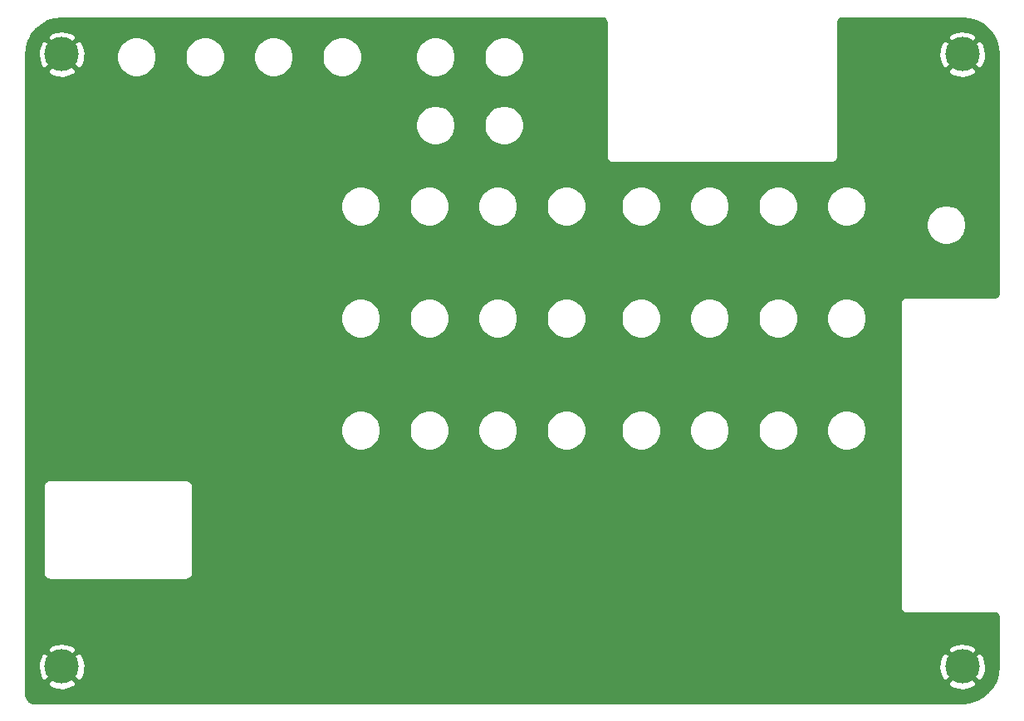
<source format=gbl>
%TF.GenerationSoftware,KiCad,Pcbnew,(5.1.8)-1*%
%TF.CreationDate,2021-03-17T17:45:33+01:00*%
%TF.ProjectId,C64 BlinkenDiag Faceplate,43363420-426c-4696-9e6b-656e44696167,rev?*%
%TF.SameCoordinates,Original*%
%TF.FileFunction,Copper,L2,Bot*%
%TF.FilePolarity,Positive*%
%FSLAX46Y46*%
G04 Gerber Fmt 4.6, Leading zero omitted, Abs format (unit mm)*
G04 Created by KiCad (PCBNEW (5.1.8)-1) date 2021-03-17 17:45:33*
%MOMM*%
%LPD*%
G01*
G04 APERTURE LIST*
%TA.AperFunction,ComponentPad*%
%ADD10C,3.500000*%
%TD*%
%TA.AperFunction,Conductor*%
%ADD11C,0.254000*%
%TD*%
%TA.AperFunction,Conductor*%
%ADD12C,0.100000*%
%TD*%
G04 APERTURE END LIST*
D10*
%TO.P,M1,1*%
%TO.N,Net-(M1-Pad1)*%
X124079000Y-86995000D03*
%TD*%
%TO.P,M2,1*%
%TO.N,Net-(M1-Pad1)*%
X215900000Y-86995000D03*
%TD*%
%TO.P,M3,1*%
%TO.N,Net-(M1-Pad1)*%
X215900000Y-24511000D03*
%TD*%
%TO.P,M4,1*%
%TO.N,Net-(M1-Pad1)*%
X124079000Y-24511000D03*
%TD*%
D11*
%TO.N,Net-(M1-Pad1)*%
X179268405Y-20848374D02*
X179337092Y-20869113D01*
X179400441Y-20902796D01*
X179456044Y-20948144D01*
X179501775Y-21003424D01*
X179535902Y-21066541D01*
X179557118Y-21135076D01*
X179565298Y-21212903D01*
X179565297Y-34931853D01*
X179565906Y-34938038D01*
X179565884Y-34941208D01*
X179566074Y-34943150D01*
X179576438Y-35041751D01*
X179578986Y-35054163D01*
X179581357Y-35066592D01*
X179581921Y-35068460D01*
X179611239Y-35163170D01*
X179616153Y-35174859D01*
X179620889Y-35186581D01*
X179621804Y-35188304D01*
X179668959Y-35275516D01*
X179676041Y-35286015D01*
X179682973Y-35296608D01*
X179684206Y-35298120D01*
X179747403Y-35374512D01*
X179756385Y-35383431D01*
X179765246Y-35392480D01*
X179766749Y-35393724D01*
X179843580Y-35456386D01*
X179854157Y-35463413D01*
X179864575Y-35470546D01*
X179866291Y-35471475D01*
X179953830Y-35518020D01*
X179965559Y-35522854D01*
X179977174Y-35527832D01*
X179979037Y-35528409D01*
X180073951Y-35557066D01*
X180086405Y-35559532D01*
X180098756Y-35562157D01*
X180100696Y-35562361D01*
X180199367Y-35572036D01*
X180199373Y-35572036D01*
X180206146Y-35572703D01*
X202571854Y-35572703D01*
X202578039Y-35572094D01*
X202581208Y-35572116D01*
X202583150Y-35571926D01*
X202681751Y-35561562D01*
X202694163Y-35559014D01*
X202706592Y-35556643D01*
X202708460Y-35556079D01*
X202803170Y-35526761D01*
X202814859Y-35521847D01*
X202826581Y-35517111D01*
X202828304Y-35516196D01*
X202915516Y-35469041D01*
X202926015Y-35461959D01*
X202936608Y-35455027D01*
X202938120Y-35453794D01*
X203014512Y-35390597D01*
X203023431Y-35381615D01*
X203032480Y-35372754D01*
X203033724Y-35371251D01*
X203096386Y-35294420D01*
X203103413Y-35283843D01*
X203110546Y-35273425D01*
X203111475Y-35271709D01*
X203158020Y-35184170D01*
X203162854Y-35172441D01*
X203167832Y-35160826D01*
X203168409Y-35158963D01*
X203197066Y-35064049D01*
X203199532Y-35051595D01*
X203202157Y-35039244D01*
X203202361Y-35037304D01*
X203212036Y-34938633D01*
X203212036Y-34938627D01*
X203212703Y-34931854D01*
X203212703Y-26180609D01*
X214409997Y-26180609D01*
X214596073Y-26521766D01*
X215013409Y-26737513D01*
X215464815Y-26867696D01*
X215932946Y-26907313D01*
X216399811Y-26854842D01*
X216847468Y-26712297D01*
X217203927Y-26521766D01*
X217390003Y-26180609D01*
X215900000Y-24690605D01*
X214409997Y-26180609D01*
X203212703Y-26180609D01*
X203212703Y-24543946D01*
X213503687Y-24543946D01*
X213556158Y-25010811D01*
X213698703Y-25458468D01*
X213889234Y-25814927D01*
X214230391Y-26001003D01*
X215720395Y-24511000D01*
X216079605Y-24511000D01*
X217569609Y-26001003D01*
X217910766Y-25814927D01*
X218126513Y-25397591D01*
X218256696Y-24946185D01*
X218296313Y-24478054D01*
X218243842Y-24011189D01*
X218101297Y-23563532D01*
X217910766Y-23207073D01*
X217569609Y-23020997D01*
X216079605Y-24511000D01*
X215720395Y-24511000D01*
X214230391Y-23020997D01*
X213889234Y-23207073D01*
X213673487Y-23624409D01*
X213543304Y-24075815D01*
X213503687Y-24543946D01*
X203212703Y-24543946D01*
X203212703Y-22841391D01*
X214409997Y-22841391D01*
X215900000Y-24331395D01*
X217390003Y-22841391D01*
X217203927Y-22500234D01*
X216786591Y-22284487D01*
X216335185Y-22154304D01*
X215867054Y-22114687D01*
X215400189Y-22167158D01*
X214952532Y-22309703D01*
X214596073Y-22500234D01*
X214409997Y-22841391D01*
X203212703Y-22841391D01*
X203212703Y-21215831D01*
X203220374Y-21137595D01*
X203241113Y-21068908D01*
X203274796Y-21005559D01*
X203320144Y-20949956D01*
X203375424Y-20904225D01*
X203438541Y-20870098D01*
X203507076Y-20848882D01*
X203584893Y-20840703D01*
X215893170Y-20840703D01*
X216612768Y-20911260D01*
X217298391Y-21118263D01*
X217930743Y-21454491D01*
X218485744Y-21907138D01*
X218942257Y-22458969D01*
X219282896Y-23088966D01*
X219494675Y-23773116D01*
X219570230Y-24491970D01*
X219570298Y-24511488D01*
X219570297Y-48888169D01*
X219562626Y-48966406D01*
X219541889Y-49035090D01*
X219508204Y-49098441D01*
X219462856Y-49154044D01*
X219407576Y-49199775D01*
X219344459Y-49233902D01*
X219275924Y-49255118D01*
X219198106Y-49263297D01*
X210178146Y-49263297D01*
X210171961Y-49263906D01*
X210168792Y-49263884D01*
X210166850Y-49264074D01*
X210068248Y-49274438D01*
X210055830Y-49276987D01*
X210043408Y-49279357D01*
X210041540Y-49279921D01*
X209946830Y-49309239D01*
X209935141Y-49314153D01*
X209923419Y-49318889D01*
X209921696Y-49319804D01*
X209834484Y-49366959D01*
X209823985Y-49374041D01*
X209813392Y-49380973D01*
X209811880Y-49382206D01*
X209735488Y-49445403D01*
X209726569Y-49454385D01*
X209717520Y-49463246D01*
X209716276Y-49464749D01*
X209653614Y-49541580D01*
X209646587Y-49552157D01*
X209639454Y-49562575D01*
X209638525Y-49564291D01*
X209591980Y-49651830D01*
X209587152Y-49663545D01*
X209582168Y-49675173D01*
X209581591Y-49677037D01*
X209552935Y-49771950D01*
X209550473Y-49784382D01*
X209547843Y-49796756D01*
X209547639Y-49798696D01*
X209537964Y-49897367D01*
X209537964Y-49897374D01*
X209537297Y-49904147D01*
X209537298Y-61334137D01*
X209537297Y-61334147D01*
X209537298Y-72764137D01*
X209537297Y-72764147D01*
X209537298Y-80905854D01*
X209537906Y-80912029D01*
X209537884Y-80915208D01*
X209538074Y-80917150D01*
X209548438Y-81015751D01*
X209550986Y-81028163D01*
X209553357Y-81040592D01*
X209553921Y-81042460D01*
X209583239Y-81137170D01*
X209588153Y-81148859D01*
X209592889Y-81160581D01*
X209593804Y-81162304D01*
X209640959Y-81249516D01*
X209648041Y-81260015D01*
X209654973Y-81270608D01*
X209656206Y-81272120D01*
X209719403Y-81348512D01*
X209728385Y-81357431D01*
X209737246Y-81366480D01*
X209738749Y-81367724D01*
X209815580Y-81430386D01*
X209826157Y-81437413D01*
X209836575Y-81444546D01*
X209838291Y-81445475D01*
X209925830Y-81492020D01*
X209937559Y-81496854D01*
X209949174Y-81501832D01*
X209951037Y-81502409D01*
X210045951Y-81531066D01*
X210058405Y-81533532D01*
X210070756Y-81536157D01*
X210072696Y-81536361D01*
X210171367Y-81546036D01*
X210171373Y-81546036D01*
X210178146Y-81546703D01*
X219195169Y-81546703D01*
X219273405Y-81554374D01*
X219342092Y-81575113D01*
X219405441Y-81608796D01*
X219461044Y-81654144D01*
X219506775Y-81709424D01*
X219540902Y-81772541D01*
X219562118Y-81841076D01*
X219570297Y-81918893D01*
X219570298Y-86988159D01*
X219499740Y-87707768D01*
X219292739Y-88393386D01*
X218956512Y-89025740D01*
X218503862Y-89580744D01*
X217952028Y-90037260D01*
X217322034Y-90377896D01*
X216637884Y-90589675D01*
X215919029Y-90665230D01*
X215899798Y-90665297D01*
X121291831Y-90665297D01*
X121114926Y-90647951D01*
X120951321Y-90598556D01*
X120800438Y-90518330D01*
X120668002Y-90410318D01*
X120559072Y-90278644D01*
X120477792Y-90128320D01*
X120427259Y-89965072D01*
X120408703Y-89788531D01*
X120408703Y-88664609D01*
X122588997Y-88664609D01*
X122775073Y-89005766D01*
X123192409Y-89221513D01*
X123643815Y-89351696D01*
X124111946Y-89391313D01*
X124578811Y-89338842D01*
X125026468Y-89196297D01*
X125382927Y-89005766D01*
X125569003Y-88664609D01*
X214409997Y-88664609D01*
X214596073Y-89005766D01*
X215013409Y-89221513D01*
X215464815Y-89351696D01*
X215932946Y-89391313D01*
X216399811Y-89338842D01*
X216847468Y-89196297D01*
X217203927Y-89005766D01*
X217390003Y-88664609D01*
X215900000Y-87174605D01*
X214409997Y-88664609D01*
X125569003Y-88664609D01*
X124079000Y-87174605D01*
X122588997Y-88664609D01*
X120408703Y-88664609D01*
X120408703Y-87027946D01*
X121682687Y-87027946D01*
X121735158Y-87494811D01*
X121877703Y-87942468D01*
X122068234Y-88298927D01*
X122409391Y-88485003D01*
X123899395Y-86995000D01*
X124258605Y-86995000D01*
X125748609Y-88485003D01*
X126089766Y-88298927D01*
X126305513Y-87881591D01*
X126435696Y-87430185D01*
X126469736Y-87027946D01*
X213503687Y-87027946D01*
X213556158Y-87494811D01*
X213698703Y-87942468D01*
X213889234Y-88298927D01*
X214230391Y-88485003D01*
X215720395Y-86995000D01*
X216079605Y-86995000D01*
X217569609Y-88485003D01*
X217910766Y-88298927D01*
X218126513Y-87881591D01*
X218256696Y-87430185D01*
X218296313Y-86962054D01*
X218243842Y-86495189D01*
X218101297Y-86047532D01*
X217910766Y-85691073D01*
X217569609Y-85504997D01*
X216079605Y-86995000D01*
X215720395Y-86995000D01*
X214230391Y-85504997D01*
X213889234Y-85691073D01*
X213673487Y-86108409D01*
X213543304Y-86559815D01*
X213503687Y-87027946D01*
X126469736Y-87027946D01*
X126475313Y-86962054D01*
X126422842Y-86495189D01*
X126280297Y-86047532D01*
X126089766Y-85691073D01*
X125748609Y-85504997D01*
X124258605Y-86995000D01*
X123899395Y-86995000D01*
X122409391Y-85504997D01*
X122068234Y-85691073D01*
X121852487Y-86108409D01*
X121722304Y-86559815D01*
X121682687Y-87027946D01*
X120408703Y-87027946D01*
X120408703Y-85325391D01*
X122588997Y-85325391D01*
X124079000Y-86815395D01*
X125569003Y-85325391D01*
X214409997Y-85325391D01*
X215900000Y-86815395D01*
X217390003Y-85325391D01*
X217203927Y-84984234D01*
X216786591Y-84768487D01*
X216335185Y-84638304D01*
X215867054Y-84598687D01*
X215400189Y-84651158D01*
X214952532Y-84793703D01*
X214596073Y-84984234D01*
X214409997Y-85325391D01*
X125569003Y-85325391D01*
X125382927Y-84984234D01*
X124965591Y-84768487D01*
X124514185Y-84638304D01*
X124046054Y-84598687D01*
X123579189Y-84651158D01*
X123131532Y-84793703D01*
X122775073Y-84984234D01*
X122588997Y-85325391D01*
X120408703Y-85325391D01*
X120408703Y-68573147D01*
X122161297Y-68573147D01*
X122161298Y-77476854D01*
X122161906Y-77483029D01*
X122161884Y-77486208D01*
X122162074Y-77488150D01*
X122172438Y-77586751D01*
X122174986Y-77599163D01*
X122177357Y-77611592D01*
X122177921Y-77613460D01*
X122207239Y-77708170D01*
X122212153Y-77719859D01*
X122216889Y-77731581D01*
X122217804Y-77733304D01*
X122264959Y-77820516D01*
X122272041Y-77831015D01*
X122278973Y-77841608D01*
X122280206Y-77843120D01*
X122343403Y-77919512D01*
X122352385Y-77928431D01*
X122361246Y-77937480D01*
X122362749Y-77938724D01*
X122439580Y-78001386D01*
X122450157Y-78008413D01*
X122460575Y-78015546D01*
X122462291Y-78016475D01*
X122549830Y-78063020D01*
X122561559Y-78067854D01*
X122573174Y-78072832D01*
X122575037Y-78073409D01*
X122669951Y-78102066D01*
X122682405Y-78104532D01*
X122694756Y-78107157D01*
X122696696Y-78107361D01*
X122795367Y-78117036D01*
X122795373Y-78117036D01*
X122802146Y-78117703D01*
X136785854Y-78117703D01*
X136792039Y-78117094D01*
X136795208Y-78117116D01*
X136797150Y-78116926D01*
X136895751Y-78106562D01*
X136908163Y-78104014D01*
X136920592Y-78101643D01*
X136922460Y-78101079D01*
X137017170Y-78071761D01*
X137028859Y-78066847D01*
X137040581Y-78062111D01*
X137042304Y-78061196D01*
X137129516Y-78014041D01*
X137140015Y-78006959D01*
X137150608Y-78000027D01*
X137152120Y-77998794D01*
X137228512Y-77935597D01*
X137237431Y-77926615D01*
X137246480Y-77917754D01*
X137247724Y-77916251D01*
X137310386Y-77839420D01*
X137317413Y-77828843D01*
X137324546Y-77818425D01*
X137325475Y-77816709D01*
X137372020Y-77729170D01*
X137376854Y-77717441D01*
X137381832Y-77705826D01*
X137382409Y-77703963D01*
X137411066Y-77609049D01*
X137413532Y-77596595D01*
X137416157Y-77584244D01*
X137416361Y-77582304D01*
X137426036Y-77483633D01*
X137426036Y-77483627D01*
X137426703Y-77476854D01*
X137426703Y-68573146D01*
X137426094Y-68566961D01*
X137426116Y-68563792D01*
X137425926Y-68561850D01*
X137415562Y-68463248D01*
X137413013Y-68450830D01*
X137410643Y-68438408D01*
X137410079Y-68436540D01*
X137380761Y-68341830D01*
X137375847Y-68330141D01*
X137371111Y-68318419D01*
X137370196Y-68316696D01*
X137323041Y-68229484D01*
X137315959Y-68218985D01*
X137309027Y-68208392D01*
X137307794Y-68206880D01*
X137244597Y-68130488D01*
X137235615Y-68121569D01*
X137226754Y-68112520D01*
X137225251Y-68111276D01*
X137148420Y-68048614D01*
X137137843Y-68041587D01*
X137127425Y-68034454D01*
X137125709Y-68033525D01*
X137038170Y-67986980D01*
X137026455Y-67982152D01*
X137014827Y-67977168D01*
X137012963Y-67976591D01*
X136918050Y-67947935D01*
X136905618Y-67945473D01*
X136893244Y-67942843D01*
X136891304Y-67942639D01*
X136792633Y-67932964D01*
X136792627Y-67932964D01*
X136785854Y-67932297D01*
X122802146Y-67932297D01*
X122795961Y-67932906D01*
X122792792Y-67932884D01*
X122790850Y-67933074D01*
X122692248Y-67943438D01*
X122679830Y-67945987D01*
X122667408Y-67948357D01*
X122665540Y-67948921D01*
X122570830Y-67978239D01*
X122559141Y-67983153D01*
X122547419Y-67987889D01*
X122545696Y-67988804D01*
X122458484Y-68035959D01*
X122447985Y-68043041D01*
X122437392Y-68049973D01*
X122435880Y-68051206D01*
X122359488Y-68114403D01*
X122350569Y-68123385D01*
X122341520Y-68132246D01*
X122340276Y-68133749D01*
X122277614Y-68210580D01*
X122270587Y-68221157D01*
X122263454Y-68231575D01*
X122262525Y-68233291D01*
X122215980Y-68320830D01*
X122211152Y-68332545D01*
X122206168Y-68344173D01*
X122205591Y-68346037D01*
X122176935Y-68440950D01*
X122174473Y-68453382D01*
X122171843Y-68465756D01*
X122171639Y-68467696D01*
X122161964Y-68566367D01*
X122161964Y-68566374D01*
X122161297Y-68573147D01*
X120408703Y-68573147D01*
X120408703Y-62663114D01*
X152509215Y-62663114D01*
X152509215Y-63066886D01*
X152587987Y-63462900D01*
X152742504Y-63835937D01*
X152966828Y-64171662D01*
X153252338Y-64457172D01*
X153588063Y-64681496D01*
X153961100Y-64836013D01*
X154357114Y-64914785D01*
X154760886Y-64914785D01*
X155156900Y-64836013D01*
X155529937Y-64681496D01*
X155865662Y-64457172D01*
X156151172Y-64171662D01*
X156375496Y-63835937D01*
X156530013Y-63462900D01*
X156608785Y-63066886D01*
X156608785Y-62663114D01*
X159494215Y-62663114D01*
X159494215Y-63066886D01*
X159572987Y-63462900D01*
X159727504Y-63835937D01*
X159951828Y-64171662D01*
X160237338Y-64457172D01*
X160573063Y-64681496D01*
X160946100Y-64836013D01*
X161342114Y-64914785D01*
X161745886Y-64914785D01*
X162141900Y-64836013D01*
X162514937Y-64681496D01*
X162850662Y-64457172D01*
X163136172Y-64171662D01*
X163360496Y-63835937D01*
X163515013Y-63462900D01*
X163593785Y-63066886D01*
X163593785Y-62663114D01*
X166479215Y-62663114D01*
X166479215Y-63066886D01*
X166557987Y-63462900D01*
X166712504Y-63835937D01*
X166936828Y-64171662D01*
X167222338Y-64457172D01*
X167558063Y-64681496D01*
X167931100Y-64836013D01*
X168327114Y-64914785D01*
X168730886Y-64914785D01*
X169126900Y-64836013D01*
X169499937Y-64681496D01*
X169835662Y-64457172D01*
X170121172Y-64171662D01*
X170345496Y-63835937D01*
X170500013Y-63462900D01*
X170578785Y-63066886D01*
X170578785Y-62663114D01*
X173464215Y-62663114D01*
X173464215Y-63066886D01*
X173542987Y-63462900D01*
X173697504Y-63835937D01*
X173921828Y-64171662D01*
X174207338Y-64457172D01*
X174543063Y-64681496D01*
X174916100Y-64836013D01*
X175312114Y-64914785D01*
X175715886Y-64914785D01*
X176111900Y-64836013D01*
X176484937Y-64681496D01*
X176820662Y-64457172D01*
X177106172Y-64171662D01*
X177330496Y-63835937D01*
X177485013Y-63462900D01*
X177563785Y-63066886D01*
X177563785Y-62663114D01*
X181084215Y-62663114D01*
X181084215Y-63066886D01*
X181162987Y-63462900D01*
X181317504Y-63835937D01*
X181541828Y-64171662D01*
X181827338Y-64457172D01*
X182163063Y-64681496D01*
X182536100Y-64836013D01*
X182932114Y-64914785D01*
X183335886Y-64914785D01*
X183731900Y-64836013D01*
X184104937Y-64681496D01*
X184440662Y-64457172D01*
X184726172Y-64171662D01*
X184950496Y-63835937D01*
X185105013Y-63462900D01*
X185183785Y-63066886D01*
X185183785Y-62663114D01*
X188069215Y-62663114D01*
X188069215Y-63066886D01*
X188147987Y-63462900D01*
X188302504Y-63835937D01*
X188526828Y-64171662D01*
X188812338Y-64457172D01*
X189148063Y-64681496D01*
X189521100Y-64836013D01*
X189917114Y-64914785D01*
X190320886Y-64914785D01*
X190716900Y-64836013D01*
X191089937Y-64681496D01*
X191425662Y-64457172D01*
X191711172Y-64171662D01*
X191935496Y-63835937D01*
X192090013Y-63462900D01*
X192168785Y-63066886D01*
X192168785Y-62663114D01*
X195054215Y-62663114D01*
X195054215Y-63066886D01*
X195132987Y-63462900D01*
X195287504Y-63835937D01*
X195511828Y-64171662D01*
X195797338Y-64457172D01*
X196133063Y-64681496D01*
X196506100Y-64836013D01*
X196902114Y-64914785D01*
X197305886Y-64914785D01*
X197701900Y-64836013D01*
X198074937Y-64681496D01*
X198410662Y-64457172D01*
X198696172Y-64171662D01*
X198920496Y-63835937D01*
X199075013Y-63462900D01*
X199153785Y-63066886D01*
X199153785Y-62663114D01*
X202039215Y-62663114D01*
X202039215Y-63066886D01*
X202117987Y-63462900D01*
X202272504Y-63835937D01*
X202496828Y-64171662D01*
X202782338Y-64457172D01*
X203118063Y-64681496D01*
X203491100Y-64836013D01*
X203887114Y-64914785D01*
X204290886Y-64914785D01*
X204686900Y-64836013D01*
X205059937Y-64681496D01*
X205395662Y-64457172D01*
X205681172Y-64171662D01*
X205905496Y-63835937D01*
X206060013Y-63462900D01*
X206138785Y-63066886D01*
X206138785Y-62663114D01*
X206060013Y-62267100D01*
X205905496Y-61894063D01*
X205681172Y-61558338D01*
X205395662Y-61272828D01*
X205059937Y-61048504D01*
X204686900Y-60893987D01*
X204290886Y-60815215D01*
X203887114Y-60815215D01*
X203491100Y-60893987D01*
X203118063Y-61048504D01*
X202782338Y-61272828D01*
X202496828Y-61558338D01*
X202272504Y-61894063D01*
X202117987Y-62267100D01*
X202039215Y-62663114D01*
X199153785Y-62663114D01*
X199075013Y-62267100D01*
X198920496Y-61894063D01*
X198696172Y-61558338D01*
X198410662Y-61272828D01*
X198074937Y-61048504D01*
X197701900Y-60893987D01*
X197305886Y-60815215D01*
X196902114Y-60815215D01*
X196506100Y-60893987D01*
X196133063Y-61048504D01*
X195797338Y-61272828D01*
X195511828Y-61558338D01*
X195287504Y-61894063D01*
X195132987Y-62267100D01*
X195054215Y-62663114D01*
X192168785Y-62663114D01*
X192090013Y-62267100D01*
X191935496Y-61894063D01*
X191711172Y-61558338D01*
X191425662Y-61272828D01*
X191089937Y-61048504D01*
X190716900Y-60893987D01*
X190320886Y-60815215D01*
X189917114Y-60815215D01*
X189521100Y-60893987D01*
X189148063Y-61048504D01*
X188812338Y-61272828D01*
X188526828Y-61558338D01*
X188302504Y-61894063D01*
X188147987Y-62267100D01*
X188069215Y-62663114D01*
X185183785Y-62663114D01*
X185105013Y-62267100D01*
X184950496Y-61894063D01*
X184726172Y-61558338D01*
X184440662Y-61272828D01*
X184104937Y-61048504D01*
X183731900Y-60893987D01*
X183335886Y-60815215D01*
X182932114Y-60815215D01*
X182536100Y-60893987D01*
X182163063Y-61048504D01*
X181827338Y-61272828D01*
X181541828Y-61558338D01*
X181317504Y-61894063D01*
X181162987Y-62267100D01*
X181084215Y-62663114D01*
X177563785Y-62663114D01*
X177485013Y-62267100D01*
X177330496Y-61894063D01*
X177106172Y-61558338D01*
X176820662Y-61272828D01*
X176484937Y-61048504D01*
X176111900Y-60893987D01*
X175715886Y-60815215D01*
X175312114Y-60815215D01*
X174916100Y-60893987D01*
X174543063Y-61048504D01*
X174207338Y-61272828D01*
X173921828Y-61558338D01*
X173697504Y-61894063D01*
X173542987Y-62267100D01*
X173464215Y-62663114D01*
X170578785Y-62663114D01*
X170500013Y-62267100D01*
X170345496Y-61894063D01*
X170121172Y-61558338D01*
X169835662Y-61272828D01*
X169499937Y-61048504D01*
X169126900Y-60893987D01*
X168730886Y-60815215D01*
X168327114Y-60815215D01*
X167931100Y-60893987D01*
X167558063Y-61048504D01*
X167222338Y-61272828D01*
X166936828Y-61558338D01*
X166712504Y-61894063D01*
X166557987Y-62267100D01*
X166479215Y-62663114D01*
X163593785Y-62663114D01*
X163515013Y-62267100D01*
X163360496Y-61894063D01*
X163136172Y-61558338D01*
X162850662Y-61272828D01*
X162514937Y-61048504D01*
X162141900Y-60893987D01*
X161745886Y-60815215D01*
X161342114Y-60815215D01*
X160946100Y-60893987D01*
X160573063Y-61048504D01*
X160237338Y-61272828D01*
X159951828Y-61558338D01*
X159727504Y-61894063D01*
X159572987Y-62267100D01*
X159494215Y-62663114D01*
X156608785Y-62663114D01*
X156530013Y-62267100D01*
X156375496Y-61894063D01*
X156151172Y-61558338D01*
X155865662Y-61272828D01*
X155529937Y-61048504D01*
X155156900Y-60893987D01*
X154760886Y-60815215D01*
X154357114Y-60815215D01*
X153961100Y-60893987D01*
X153588063Y-61048504D01*
X153252338Y-61272828D01*
X152966828Y-61558338D01*
X152742504Y-61894063D01*
X152587987Y-62267100D01*
X152509215Y-62663114D01*
X120408703Y-62663114D01*
X120408703Y-51233114D01*
X152509215Y-51233114D01*
X152509215Y-51636886D01*
X152587987Y-52032900D01*
X152742504Y-52405937D01*
X152966828Y-52741662D01*
X153252338Y-53027172D01*
X153588063Y-53251496D01*
X153961100Y-53406013D01*
X154357114Y-53484785D01*
X154760886Y-53484785D01*
X155156900Y-53406013D01*
X155529937Y-53251496D01*
X155865662Y-53027172D01*
X156151172Y-52741662D01*
X156375496Y-52405937D01*
X156530013Y-52032900D01*
X156608785Y-51636886D01*
X156608785Y-51233114D01*
X159494215Y-51233114D01*
X159494215Y-51636886D01*
X159572987Y-52032900D01*
X159727504Y-52405937D01*
X159951828Y-52741662D01*
X160237338Y-53027172D01*
X160573063Y-53251496D01*
X160946100Y-53406013D01*
X161342114Y-53484785D01*
X161745886Y-53484785D01*
X162141900Y-53406013D01*
X162514937Y-53251496D01*
X162850662Y-53027172D01*
X163136172Y-52741662D01*
X163360496Y-52405937D01*
X163515013Y-52032900D01*
X163593785Y-51636886D01*
X163593785Y-51233114D01*
X166479215Y-51233114D01*
X166479215Y-51636886D01*
X166557987Y-52032900D01*
X166712504Y-52405937D01*
X166936828Y-52741662D01*
X167222338Y-53027172D01*
X167558063Y-53251496D01*
X167931100Y-53406013D01*
X168327114Y-53484785D01*
X168730886Y-53484785D01*
X169126900Y-53406013D01*
X169499937Y-53251496D01*
X169835662Y-53027172D01*
X170121172Y-52741662D01*
X170345496Y-52405937D01*
X170500013Y-52032900D01*
X170578785Y-51636886D01*
X170578785Y-51233114D01*
X173464215Y-51233114D01*
X173464215Y-51636886D01*
X173542987Y-52032900D01*
X173697504Y-52405937D01*
X173921828Y-52741662D01*
X174207338Y-53027172D01*
X174543063Y-53251496D01*
X174916100Y-53406013D01*
X175312114Y-53484785D01*
X175715886Y-53484785D01*
X176111900Y-53406013D01*
X176484937Y-53251496D01*
X176820662Y-53027172D01*
X177106172Y-52741662D01*
X177330496Y-52405937D01*
X177485013Y-52032900D01*
X177563785Y-51636886D01*
X177563785Y-51233114D01*
X181084215Y-51233114D01*
X181084215Y-51636886D01*
X181162987Y-52032900D01*
X181317504Y-52405937D01*
X181541828Y-52741662D01*
X181827338Y-53027172D01*
X182163063Y-53251496D01*
X182536100Y-53406013D01*
X182932114Y-53484785D01*
X183335886Y-53484785D01*
X183731900Y-53406013D01*
X184104937Y-53251496D01*
X184440662Y-53027172D01*
X184726172Y-52741662D01*
X184950496Y-52405937D01*
X185105013Y-52032900D01*
X185183785Y-51636886D01*
X185183785Y-51233114D01*
X188069215Y-51233114D01*
X188069215Y-51636886D01*
X188147987Y-52032900D01*
X188302504Y-52405937D01*
X188526828Y-52741662D01*
X188812338Y-53027172D01*
X189148063Y-53251496D01*
X189521100Y-53406013D01*
X189917114Y-53484785D01*
X190320886Y-53484785D01*
X190716900Y-53406013D01*
X191089937Y-53251496D01*
X191425662Y-53027172D01*
X191711172Y-52741662D01*
X191935496Y-52405937D01*
X192090013Y-52032900D01*
X192168785Y-51636886D01*
X192168785Y-51233114D01*
X195054215Y-51233114D01*
X195054215Y-51636886D01*
X195132987Y-52032900D01*
X195287504Y-52405937D01*
X195511828Y-52741662D01*
X195797338Y-53027172D01*
X196133063Y-53251496D01*
X196506100Y-53406013D01*
X196902114Y-53484785D01*
X197305886Y-53484785D01*
X197701900Y-53406013D01*
X198074937Y-53251496D01*
X198410662Y-53027172D01*
X198696172Y-52741662D01*
X198920496Y-52405937D01*
X199075013Y-52032900D01*
X199153785Y-51636886D01*
X199153785Y-51233114D01*
X202039215Y-51233114D01*
X202039215Y-51636886D01*
X202117987Y-52032900D01*
X202272504Y-52405937D01*
X202496828Y-52741662D01*
X202782338Y-53027172D01*
X203118063Y-53251496D01*
X203491100Y-53406013D01*
X203887114Y-53484785D01*
X204290886Y-53484785D01*
X204686900Y-53406013D01*
X205059937Y-53251496D01*
X205395662Y-53027172D01*
X205681172Y-52741662D01*
X205905496Y-52405937D01*
X206060013Y-52032900D01*
X206138785Y-51636886D01*
X206138785Y-51233114D01*
X206060013Y-50837100D01*
X205905496Y-50464063D01*
X205681172Y-50128338D01*
X205395662Y-49842828D01*
X205059937Y-49618504D01*
X204686900Y-49463987D01*
X204290886Y-49385215D01*
X203887114Y-49385215D01*
X203491100Y-49463987D01*
X203118063Y-49618504D01*
X202782338Y-49842828D01*
X202496828Y-50128338D01*
X202272504Y-50464063D01*
X202117987Y-50837100D01*
X202039215Y-51233114D01*
X199153785Y-51233114D01*
X199075013Y-50837100D01*
X198920496Y-50464063D01*
X198696172Y-50128338D01*
X198410662Y-49842828D01*
X198074937Y-49618504D01*
X197701900Y-49463987D01*
X197305886Y-49385215D01*
X196902114Y-49385215D01*
X196506100Y-49463987D01*
X196133063Y-49618504D01*
X195797338Y-49842828D01*
X195511828Y-50128338D01*
X195287504Y-50464063D01*
X195132987Y-50837100D01*
X195054215Y-51233114D01*
X192168785Y-51233114D01*
X192090013Y-50837100D01*
X191935496Y-50464063D01*
X191711172Y-50128338D01*
X191425662Y-49842828D01*
X191089937Y-49618504D01*
X190716900Y-49463987D01*
X190320886Y-49385215D01*
X189917114Y-49385215D01*
X189521100Y-49463987D01*
X189148063Y-49618504D01*
X188812338Y-49842828D01*
X188526828Y-50128338D01*
X188302504Y-50464063D01*
X188147987Y-50837100D01*
X188069215Y-51233114D01*
X185183785Y-51233114D01*
X185105013Y-50837100D01*
X184950496Y-50464063D01*
X184726172Y-50128338D01*
X184440662Y-49842828D01*
X184104937Y-49618504D01*
X183731900Y-49463987D01*
X183335886Y-49385215D01*
X182932114Y-49385215D01*
X182536100Y-49463987D01*
X182163063Y-49618504D01*
X181827338Y-49842828D01*
X181541828Y-50128338D01*
X181317504Y-50464063D01*
X181162987Y-50837100D01*
X181084215Y-51233114D01*
X177563785Y-51233114D01*
X177485013Y-50837100D01*
X177330496Y-50464063D01*
X177106172Y-50128338D01*
X176820662Y-49842828D01*
X176484937Y-49618504D01*
X176111900Y-49463987D01*
X175715886Y-49385215D01*
X175312114Y-49385215D01*
X174916100Y-49463987D01*
X174543063Y-49618504D01*
X174207338Y-49842828D01*
X173921828Y-50128338D01*
X173697504Y-50464063D01*
X173542987Y-50837100D01*
X173464215Y-51233114D01*
X170578785Y-51233114D01*
X170500013Y-50837100D01*
X170345496Y-50464063D01*
X170121172Y-50128338D01*
X169835662Y-49842828D01*
X169499937Y-49618504D01*
X169126900Y-49463987D01*
X168730886Y-49385215D01*
X168327114Y-49385215D01*
X167931100Y-49463987D01*
X167558063Y-49618504D01*
X167222338Y-49842828D01*
X166936828Y-50128338D01*
X166712504Y-50464063D01*
X166557987Y-50837100D01*
X166479215Y-51233114D01*
X163593785Y-51233114D01*
X163515013Y-50837100D01*
X163360496Y-50464063D01*
X163136172Y-50128338D01*
X162850662Y-49842828D01*
X162514937Y-49618504D01*
X162141900Y-49463987D01*
X161745886Y-49385215D01*
X161342114Y-49385215D01*
X160946100Y-49463987D01*
X160573063Y-49618504D01*
X160237338Y-49842828D01*
X159951828Y-50128338D01*
X159727504Y-50464063D01*
X159572987Y-50837100D01*
X159494215Y-51233114D01*
X156608785Y-51233114D01*
X156530013Y-50837100D01*
X156375496Y-50464063D01*
X156151172Y-50128338D01*
X155865662Y-49842828D01*
X155529937Y-49618504D01*
X155156900Y-49463987D01*
X154760886Y-49385215D01*
X154357114Y-49385215D01*
X153961100Y-49463987D01*
X153588063Y-49618504D01*
X153252338Y-49842828D01*
X152966828Y-50128338D01*
X152742504Y-50464063D01*
X152587987Y-50837100D01*
X152509215Y-51233114D01*
X120408703Y-51233114D01*
X120408703Y-39803114D01*
X152509215Y-39803114D01*
X152509215Y-40206886D01*
X152587987Y-40602900D01*
X152742504Y-40975937D01*
X152966828Y-41311662D01*
X153252338Y-41597172D01*
X153588063Y-41821496D01*
X153961100Y-41976013D01*
X154357114Y-42054785D01*
X154760886Y-42054785D01*
X155156900Y-41976013D01*
X155529937Y-41821496D01*
X155865662Y-41597172D01*
X156151172Y-41311662D01*
X156375496Y-40975937D01*
X156530013Y-40602900D01*
X156608785Y-40206886D01*
X156608785Y-39803114D01*
X159494215Y-39803114D01*
X159494215Y-40206886D01*
X159572987Y-40602900D01*
X159727504Y-40975937D01*
X159951828Y-41311662D01*
X160237338Y-41597172D01*
X160573063Y-41821496D01*
X160946100Y-41976013D01*
X161342114Y-42054785D01*
X161745886Y-42054785D01*
X162141900Y-41976013D01*
X162514937Y-41821496D01*
X162850662Y-41597172D01*
X163136172Y-41311662D01*
X163360496Y-40975937D01*
X163515013Y-40602900D01*
X163593785Y-40206886D01*
X163593785Y-39803114D01*
X166479215Y-39803114D01*
X166479215Y-40206886D01*
X166557987Y-40602900D01*
X166712504Y-40975937D01*
X166936828Y-41311662D01*
X167222338Y-41597172D01*
X167558063Y-41821496D01*
X167931100Y-41976013D01*
X168327114Y-42054785D01*
X168730886Y-42054785D01*
X169126900Y-41976013D01*
X169499937Y-41821496D01*
X169835662Y-41597172D01*
X170121172Y-41311662D01*
X170345496Y-40975937D01*
X170500013Y-40602900D01*
X170578785Y-40206886D01*
X170578785Y-39803114D01*
X173464215Y-39803114D01*
X173464215Y-40206886D01*
X173542987Y-40602900D01*
X173697504Y-40975937D01*
X173921828Y-41311662D01*
X174207338Y-41597172D01*
X174543063Y-41821496D01*
X174916100Y-41976013D01*
X175312114Y-42054785D01*
X175715886Y-42054785D01*
X176111900Y-41976013D01*
X176484937Y-41821496D01*
X176820662Y-41597172D01*
X177106172Y-41311662D01*
X177330496Y-40975937D01*
X177485013Y-40602900D01*
X177563785Y-40206886D01*
X177563785Y-39803114D01*
X181084215Y-39803114D01*
X181084215Y-40206886D01*
X181162987Y-40602900D01*
X181317504Y-40975937D01*
X181541828Y-41311662D01*
X181827338Y-41597172D01*
X182163063Y-41821496D01*
X182536100Y-41976013D01*
X182932114Y-42054785D01*
X183335886Y-42054785D01*
X183731900Y-41976013D01*
X184104937Y-41821496D01*
X184440662Y-41597172D01*
X184726172Y-41311662D01*
X184950496Y-40975937D01*
X185105013Y-40602900D01*
X185183785Y-40206886D01*
X185183785Y-39803114D01*
X188069215Y-39803114D01*
X188069215Y-40206886D01*
X188147987Y-40602900D01*
X188302504Y-40975937D01*
X188526828Y-41311662D01*
X188812338Y-41597172D01*
X189148063Y-41821496D01*
X189521100Y-41976013D01*
X189917114Y-42054785D01*
X190320886Y-42054785D01*
X190716900Y-41976013D01*
X191089937Y-41821496D01*
X191425662Y-41597172D01*
X191711172Y-41311662D01*
X191935496Y-40975937D01*
X192090013Y-40602900D01*
X192168785Y-40206886D01*
X192168785Y-39803114D01*
X195054215Y-39803114D01*
X195054215Y-40206886D01*
X195132987Y-40602900D01*
X195287504Y-40975937D01*
X195511828Y-41311662D01*
X195797338Y-41597172D01*
X196133063Y-41821496D01*
X196506100Y-41976013D01*
X196902114Y-42054785D01*
X197305886Y-42054785D01*
X197701900Y-41976013D01*
X198074937Y-41821496D01*
X198410662Y-41597172D01*
X198696172Y-41311662D01*
X198920496Y-40975937D01*
X199075013Y-40602900D01*
X199153785Y-40206886D01*
X199153785Y-39803114D01*
X202039215Y-39803114D01*
X202039215Y-40206886D01*
X202117987Y-40602900D01*
X202272504Y-40975937D01*
X202496828Y-41311662D01*
X202782338Y-41597172D01*
X203118063Y-41821496D01*
X203491100Y-41976013D01*
X203887114Y-42054785D01*
X204290886Y-42054785D01*
X204686900Y-41976013D01*
X205059937Y-41821496D01*
X205229625Y-41708114D01*
X212199215Y-41708114D01*
X212199215Y-42111886D01*
X212277987Y-42507900D01*
X212432504Y-42880937D01*
X212656828Y-43216662D01*
X212942338Y-43502172D01*
X213278063Y-43726496D01*
X213651100Y-43881013D01*
X214047114Y-43959785D01*
X214450886Y-43959785D01*
X214846900Y-43881013D01*
X215219937Y-43726496D01*
X215555662Y-43502172D01*
X215841172Y-43216662D01*
X216065496Y-42880937D01*
X216220013Y-42507900D01*
X216298785Y-42111886D01*
X216298785Y-41708114D01*
X216220013Y-41312100D01*
X216065496Y-40939063D01*
X215841172Y-40603338D01*
X215555662Y-40317828D01*
X215219937Y-40093504D01*
X214846900Y-39938987D01*
X214450886Y-39860215D01*
X214047114Y-39860215D01*
X213651100Y-39938987D01*
X213278063Y-40093504D01*
X212942338Y-40317828D01*
X212656828Y-40603338D01*
X212432504Y-40939063D01*
X212277987Y-41312100D01*
X212199215Y-41708114D01*
X205229625Y-41708114D01*
X205395662Y-41597172D01*
X205681172Y-41311662D01*
X205905496Y-40975937D01*
X206060013Y-40602900D01*
X206138785Y-40206886D01*
X206138785Y-39803114D01*
X206060013Y-39407100D01*
X205905496Y-39034063D01*
X205681172Y-38698338D01*
X205395662Y-38412828D01*
X205059937Y-38188504D01*
X204686900Y-38033987D01*
X204290886Y-37955215D01*
X203887114Y-37955215D01*
X203491100Y-38033987D01*
X203118063Y-38188504D01*
X202782338Y-38412828D01*
X202496828Y-38698338D01*
X202272504Y-39034063D01*
X202117987Y-39407100D01*
X202039215Y-39803114D01*
X199153785Y-39803114D01*
X199075013Y-39407100D01*
X198920496Y-39034063D01*
X198696172Y-38698338D01*
X198410662Y-38412828D01*
X198074937Y-38188504D01*
X197701900Y-38033987D01*
X197305886Y-37955215D01*
X196902114Y-37955215D01*
X196506100Y-38033987D01*
X196133063Y-38188504D01*
X195797338Y-38412828D01*
X195511828Y-38698338D01*
X195287504Y-39034063D01*
X195132987Y-39407100D01*
X195054215Y-39803114D01*
X192168785Y-39803114D01*
X192090013Y-39407100D01*
X191935496Y-39034063D01*
X191711172Y-38698338D01*
X191425662Y-38412828D01*
X191089937Y-38188504D01*
X190716900Y-38033987D01*
X190320886Y-37955215D01*
X189917114Y-37955215D01*
X189521100Y-38033987D01*
X189148063Y-38188504D01*
X188812338Y-38412828D01*
X188526828Y-38698338D01*
X188302504Y-39034063D01*
X188147987Y-39407100D01*
X188069215Y-39803114D01*
X185183785Y-39803114D01*
X185105013Y-39407100D01*
X184950496Y-39034063D01*
X184726172Y-38698338D01*
X184440662Y-38412828D01*
X184104937Y-38188504D01*
X183731900Y-38033987D01*
X183335886Y-37955215D01*
X182932114Y-37955215D01*
X182536100Y-38033987D01*
X182163063Y-38188504D01*
X181827338Y-38412828D01*
X181541828Y-38698338D01*
X181317504Y-39034063D01*
X181162987Y-39407100D01*
X181084215Y-39803114D01*
X177563785Y-39803114D01*
X177485013Y-39407100D01*
X177330496Y-39034063D01*
X177106172Y-38698338D01*
X176820662Y-38412828D01*
X176484937Y-38188504D01*
X176111900Y-38033987D01*
X175715886Y-37955215D01*
X175312114Y-37955215D01*
X174916100Y-38033987D01*
X174543063Y-38188504D01*
X174207338Y-38412828D01*
X173921828Y-38698338D01*
X173697504Y-39034063D01*
X173542987Y-39407100D01*
X173464215Y-39803114D01*
X170578785Y-39803114D01*
X170500013Y-39407100D01*
X170345496Y-39034063D01*
X170121172Y-38698338D01*
X169835662Y-38412828D01*
X169499937Y-38188504D01*
X169126900Y-38033987D01*
X168730886Y-37955215D01*
X168327114Y-37955215D01*
X167931100Y-38033987D01*
X167558063Y-38188504D01*
X167222338Y-38412828D01*
X166936828Y-38698338D01*
X166712504Y-39034063D01*
X166557987Y-39407100D01*
X166479215Y-39803114D01*
X163593785Y-39803114D01*
X163515013Y-39407100D01*
X163360496Y-39034063D01*
X163136172Y-38698338D01*
X162850662Y-38412828D01*
X162514937Y-38188504D01*
X162141900Y-38033987D01*
X161745886Y-37955215D01*
X161342114Y-37955215D01*
X160946100Y-38033987D01*
X160573063Y-38188504D01*
X160237338Y-38412828D01*
X159951828Y-38698338D01*
X159727504Y-39034063D01*
X159572987Y-39407100D01*
X159494215Y-39803114D01*
X156608785Y-39803114D01*
X156530013Y-39407100D01*
X156375496Y-39034063D01*
X156151172Y-38698338D01*
X155865662Y-38412828D01*
X155529937Y-38188504D01*
X155156900Y-38033987D01*
X154760886Y-37955215D01*
X154357114Y-37955215D01*
X153961100Y-38033987D01*
X153588063Y-38188504D01*
X153252338Y-38412828D01*
X152966828Y-38698338D01*
X152742504Y-39034063D01*
X152587987Y-39407100D01*
X152509215Y-39803114D01*
X120408703Y-39803114D01*
X120408703Y-31548114D01*
X160129215Y-31548114D01*
X160129215Y-31951886D01*
X160207987Y-32347900D01*
X160362504Y-32720937D01*
X160586828Y-33056662D01*
X160872338Y-33342172D01*
X161208063Y-33566496D01*
X161581100Y-33721013D01*
X161977114Y-33799785D01*
X162380886Y-33799785D01*
X162776900Y-33721013D01*
X163149937Y-33566496D01*
X163485662Y-33342172D01*
X163771172Y-33056662D01*
X163995496Y-32720937D01*
X164150013Y-32347900D01*
X164228785Y-31951886D01*
X164228785Y-31548114D01*
X167114215Y-31548114D01*
X167114215Y-31951886D01*
X167192987Y-32347900D01*
X167347504Y-32720937D01*
X167571828Y-33056662D01*
X167857338Y-33342172D01*
X168193063Y-33566496D01*
X168566100Y-33721013D01*
X168962114Y-33799785D01*
X169365886Y-33799785D01*
X169761900Y-33721013D01*
X170134937Y-33566496D01*
X170470662Y-33342172D01*
X170756172Y-33056662D01*
X170980496Y-32720937D01*
X171135013Y-32347900D01*
X171213785Y-31951886D01*
X171213785Y-31548114D01*
X171135013Y-31152100D01*
X170980496Y-30779063D01*
X170756172Y-30443338D01*
X170470662Y-30157828D01*
X170134937Y-29933504D01*
X169761900Y-29778987D01*
X169365886Y-29700215D01*
X168962114Y-29700215D01*
X168566100Y-29778987D01*
X168193063Y-29933504D01*
X167857338Y-30157828D01*
X167571828Y-30443338D01*
X167347504Y-30779063D01*
X167192987Y-31152100D01*
X167114215Y-31548114D01*
X164228785Y-31548114D01*
X164150013Y-31152100D01*
X163995496Y-30779063D01*
X163771172Y-30443338D01*
X163485662Y-30157828D01*
X163149937Y-29933504D01*
X162776900Y-29778987D01*
X162380886Y-29700215D01*
X161977114Y-29700215D01*
X161581100Y-29778987D01*
X161208063Y-29933504D01*
X160872338Y-30157828D01*
X160586828Y-30443338D01*
X160362504Y-30779063D01*
X160207987Y-31152100D01*
X160129215Y-31548114D01*
X120408703Y-31548114D01*
X120408703Y-26180609D01*
X122588997Y-26180609D01*
X122775073Y-26521766D01*
X123192409Y-26737513D01*
X123643815Y-26867696D01*
X124111946Y-26907313D01*
X124578811Y-26854842D01*
X125026468Y-26712297D01*
X125382927Y-26521766D01*
X125569003Y-26180609D01*
X124079000Y-24690605D01*
X122588997Y-26180609D01*
X120408703Y-26180609D01*
X120408703Y-24543946D01*
X121682687Y-24543946D01*
X121735158Y-25010811D01*
X121877703Y-25458468D01*
X122068234Y-25814927D01*
X122409391Y-26001003D01*
X123899395Y-24511000D01*
X124258605Y-24511000D01*
X125748609Y-26001003D01*
X126089766Y-25814927D01*
X126305513Y-25397591D01*
X126435696Y-24946185D01*
X126468114Y-24563114D01*
X129649215Y-24563114D01*
X129649215Y-24966886D01*
X129727987Y-25362900D01*
X129882504Y-25735937D01*
X130106828Y-26071662D01*
X130392338Y-26357172D01*
X130728063Y-26581496D01*
X131101100Y-26736013D01*
X131497114Y-26814785D01*
X131900886Y-26814785D01*
X132296900Y-26736013D01*
X132669937Y-26581496D01*
X133005662Y-26357172D01*
X133291172Y-26071662D01*
X133515496Y-25735937D01*
X133670013Y-25362900D01*
X133748785Y-24966886D01*
X133748785Y-24563114D01*
X136634215Y-24563114D01*
X136634215Y-24966886D01*
X136712987Y-25362900D01*
X136867504Y-25735937D01*
X137091828Y-26071662D01*
X137377338Y-26357172D01*
X137713063Y-26581496D01*
X138086100Y-26736013D01*
X138482114Y-26814785D01*
X138885886Y-26814785D01*
X139281900Y-26736013D01*
X139654937Y-26581496D01*
X139990662Y-26357172D01*
X140276172Y-26071662D01*
X140500496Y-25735937D01*
X140655013Y-25362900D01*
X140733785Y-24966886D01*
X140733785Y-24563114D01*
X143619215Y-24563114D01*
X143619215Y-24966886D01*
X143697987Y-25362900D01*
X143852504Y-25735937D01*
X144076828Y-26071662D01*
X144362338Y-26357172D01*
X144698063Y-26581496D01*
X145071100Y-26736013D01*
X145467114Y-26814785D01*
X145870886Y-26814785D01*
X146266900Y-26736013D01*
X146639937Y-26581496D01*
X146975662Y-26357172D01*
X147261172Y-26071662D01*
X147485496Y-25735937D01*
X147640013Y-25362900D01*
X147718785Y-24966886D01*
X147718785Y-24563114D01*
X150604215Y-24563114D01*
X150604215Y-24966886D01*
X150682987Y-25362900D01*
X150837504Y-25735937D01*
X151061828Y-26071662D01*
X151347338Y-26357172D01*
X151683063Y-26581496D01*
X152056100Y-26736013D01*
X152452114Y-26814785D01*
X152855886Y-26814785D01*
X153251900Y-26736013D01*
X153624937Y-26581496D01*
X153960662Y-26357172D01*
X154246172Y-26071662D01*
X154470496Y-25735937D01*
X154625013Y-25362900D01*
X154703785Y-24966886D01*
X154703785Y-24563114D01*
X160129215Y-24563114D01*
X160129215Y-24966886D01*
X160207987Y-25362900D01*
X160362504Y-25735937D01*
X160586828Y-26071662D01*
X160872338Y-26357172D01*
X161208063Y-26581496D01*
X161581100Y-26736013D01*
X161977114Y-26814785D01*
X162380886Y-26814785D01*
X162776900Y-26736013D01*
X163149937Y-26581496D01*
X163485662Y-26357172D01*
X163771172Y-26071662D01*
X163995496Y-25735937D01*
X164150013Y-25362900D01*
X164228785Y-24966886D01*
X164228785Y-24563114D01*
X167114215Y-24563114D01*
X167114215Y-24966886D01*
X167192987Y-25362900D01*
X167347504Y-25735937D01*
X167571828Y-26071662D01*
X167857338Y-26357172D01*
X168193063Y-26581496D01*
X168566100Y-26736013D01*
X168962114Y-26814785D01*
X169365886Y-26814785D01*
X169761900Y-26736013D01*
X170134937Y-26581496D01*
X170470662Y-26357172D01*
X170756172Y-26071662D01*
X170980496Y-25735937D01*
X171135013Y-25362900D01*
X171213785Y-24966886D01*
X171213785Y-24563114D01*
X171135013Y-24167100D01*
X170980496Y-23794063D01*
X170756172Y-23458338D01*
X170470662Y-23172828D01*
X170134937Y-22948504D01*
X169761900Y-22793987D01*
X169365886Y-22715215D01*
X168962114Y-22715215D01*
X168566100Y-22793987D01*
X168193063Y-22948504D01*
X167857338Y-23172828D01*
X167571828Y-23458338D01*
X167347504Y-23794063D01*
X167192987Y-24167100D01*
X167114215Y-24563114D01*
X164228785Y-24563114D01*
X164150013Y-24167100D01*
X163995496Y-23794063D01*
X163771172Y-23458338D01*
X163485662Y-23172828D01*
X163149937Y-22948504D01*
X162776900Y-22793987D01*
X162380886Y-22715215D01*
X161977114Y-22715215D01*
X161581100Y-22793987D01*
X161208063Y-22948504D01*
X160872338Y-23172828D01*
X160586828Y-23458338D01*
X160362504Y-23794063D01*
X160207987Y-24167100D01*
X160129215Y-24563114D01*
X154703785Y-24563114D01*
X154625013Y-24167100D01*
X154470496Y-23794063D01*
X154246172Y-23458338D01*
X153960662Y-23172828D01*
X153624937Y-22948504D01*
X153251900Y-22793987D01*
X152855886Y-22715215D01*
X152452114Y-22715215D01*
X152056100Y-22793987D01*
X151683063Y-22948504D01*
X151347338Y-23172828D01*
X151061828Y-23458338D01*
X150837504Y-23794063D01*
X150682987Y-24167100D01*
X150604215Y-24563114D01*
X147718785Y-24563114D01*
X147640013Y-24167100D01*
X147485496Y-23794063D01*
X147261172Y-23458338D01*
X146975662Y-23172828D01*
X146639937Y-22948504D01*
X146266900Y-22793987D01*
X145870886Y-22715215D01*
X145467114Y-22715215D01*
X145071100Y-22793987D01*
X144698063Y-22948504D01*
X144362338Y-23172828D01*
X144076828Y-23458338D01*
X143852504Y-23794063D01*
X143697987Y-24167100D01*
X143619215Y-24563114D01*
X140733785Y-24563114D01*
X140655013Y-24167100D01*
X140500496Y-23794063D01*
X140276172Y-23458338D01*
X139990662Y-23172828D01*
X139654937Y-22948504D01*
X139281900Y-22793987D01*
X138885886Y-22715215D01*
X138482114Y-22715215D01*
X138086100Y-22793987D01*
X137713063Y-22948504D01*
X137377338Y-23172828D01*
X137091828Y-23458338D01*
X136867504Y-23794063D01*
X136712987Y-24167100D01*
X136634215Y-24563114D01*
X133748785Y-24563114D01*
X133670013Y-24167100D01*
X133515496Y-23794063D01*
X133291172Y-23458338D01*
X133005662Y-23172828D01*
X132669937Y-22948504D01*
X132296900Y-22793987D01*
X131900886Y-22715215D01*
X131497114Y-22715215D01*
X131101100Y-22793987D01*
X130728063Y-22948504D01*
X130392338Y-23172828D01*
X130106828Y-23458338D01*
X129882504Y-23794063D01*
X129727987Y-24167100D01*
X129649215Y-24563114D01*
X126468114Y-24563114D01*
X126475313Y-24478054D01*
X126422842Y-24011189D01*
X126280297Y-23563532D01*
X126089766Y-23207073D01*
X125748609Y-23020997D01*
X124258605Y-24511000D01*
X123899395Y-24511000D01*
X122409391Y-23020997D01*
X122068234Y-23207073D01*
X121852487Y-23624409D01*
X121722304Y-24075815D01*
X121682687Y-24543946D01*
X120408703Y-24543946D01*
X120408703Y-24517830D01*
X120479260Y-23798232D01*
X120686263Y-23112609D01*
X120830472Y-22841391D01*
X122588997Y-22841391D01*
X124079000Y-24331395D01*
X125569003Y-22841391D01*
X125382927Y-22500234D01*
X124965591Y-22284487D01*
X124514185Y-22154304D01*
X124046054Y-22114687D01*
X123579189Y-22167158D01*
X123131532Y-22309703D01*
X122775073Y-22500234D01*
X122588997Y-22841391D01*
X120830472Y-22841391D01*
X121022491Y-22480257D01*
X121475138Y-21925256D01*
X122026969Y-21468743D01*
X122656966Y-21128104D01*
X123341116Y-20916325D01*
X124059970Y-20840770D01*
X124079202Y-20840703D01*
X179190169Y-20840703D01*
X179268405Y-20848374D01*
%TA.AperFunction,Conductor*%
D12*
G36*
X179268405Y-20848374D02*
G01*
X179337092Y-20869113D01*
X179400441Y-20902796D01*
X179456044Y-20948144D01*
X179501775Y-21003424D01*
X179535902Y-21066541D01*
X179557118Y-21135076D01*
X179565298Y-21212903D01*
X179565297Y-34931853D01*
X179565906Y-34938038D01*
X179565884Y-34941208D01*
X179566074Y-34943150D01*
X179576438Y-35041751D01*
X179578986Y-35054163D01*
X179581357Y-35066592D01*
X179581921Y-35068460D01*
X179611239Y-35163170D01*
X179616153Y-35174859D01*
X179620889Y-35186581D01*
X179621804Y-35188304D01*
X179668959Y-35275516D01*
X179676041Y-35286015D01*
X179682973Y-35296608D01*
X179684206Y-35298120D01*
X179747403Y-35374512D01*
X179756385Y-35383431D01*
X179765246Y-35392480D01*
X179766749Y-35393724D01*
X179843580Y-35456386D01*
X179854157Y-35463413D01*
X179864575Y-35470546D01*
X179866291Y-35471475D01*
X179953830Y-35518020D01*
X179965559Y-35522854D01*
X179977174Y-35527832D01*
X179979037Y-35528409D01*
X180073951Y-35557066D01*
X180086405Y-35559532D01*
X180098756Y-35562157D01*
X180100696Y-35562361D01*
X180199367Y-35572036D01*
X180199373Y-35572036D01*
X180206146Y-35572703D01*
X202571854Y-35572703D01*
X202578039Y-35572094D01*
X202581208Y-35572116D01*
X202583150Y-35571926D01*
X202681751Y-35561562D01*
X202694163Y-35559014D01*
X202706592Y-35556643D01*
X202708460Y-35556079D01*
X202803170Y-35526761D01*
X202814859Y-35521847D01*
X202826581Y-35517111D01*
X202828304Y-35516196D01*
X202915516Y-35469041D01*
X202926015Y-35461959D01*
X202936608Y-35455027D01*
X202938120Y-35453794D01*
X203014512Y-35390597D01*
X203023431Y-35381615D01*
X203032480Y-35372754D01*
X203033724Y-35371251D01*
X203096386Y-35294420D01*
X203103413Y-35283843D01*
X203110546Y-35273425D01*
X203111475Y-35271709D01*
X203158020Y-35184170D01*
X203162854Y-35172441D01*
X203167832Y-35160826D01*
X203168409Y-35158963D01*
X203197066Y-35064049D01*
X203199532Y-35051595D01*
X203202157Y-35039244D01*
X203202361Y-35037304D01*
X203212036Y-34938633D01*
X203212036Y-34938627D01*
X203212703Y-34931854D01*
X203212703Y-26180609D01*
X214409997Y-26180609D01*
X214596073Y-26521766D01*
X215013409Y-26737513D01*
X215464815Y-26867696D01*
X215932946Y-26907313D01*
X216399811Y-26854842D01*
X216847468Y-26712297D01*
X217203927Y-26521766D01*
X217390003Y-26180609D01*
X215900000Y-24690605D01*
X214409997Y-26180609D01*
X203212703Y-26180609D01*
X203212703Y-24543946D01*
X213503687Y-24543946D01*
X213556158Y-25010811D01*
X213698703Y-25458468D01*
X213889234Y-25814927D01*
X214230391Y-26001003D01*
X215720395Y-24511000D01*
X216079605Y-24511000D01*
X217569609Y-26001003D01*
X217910766Y-25814927D01*
X218126513Y-25397591D01*
X218256696Y-24946185D01*
X218296313Y-24478054D01*
X218243842Y-24011189D01*
X218101297Y-23563532D01*
X217910766Y-23207073D01*
X217569609Y-23020997D01*
X216079605Y-24511000D01*
X215720395Y-24511000D01*
X214230391Y-23020997D01*
X213889234Y-23207073D01*
X213673487Y-23624409D01*
X213543304Y-24075815D01*
X213503687Y-24543946D01*
X203212703Y-24543946D01*
X203212703Y-22841391D01*
X214409997Y-22841391D01*
X215900000Y-24331395D01*
X217390003Y-22841391D01*
X217203927Y-22500234D01*
X216786591Y-22284487D01*
X216335185Y-22154304D01*
X215867054Y-22114687D01*
X215400189Y-22167158D01*
X214952532Y-22309703D01*
X214596073Y-22500234D01*
X214409997Y-22841391D01*
X203212703Y-22841391D01*
X203212703Y-21215831D01*
X203220374Y-21137595D01*
X203241113Y-21068908D01*
X203274796Y-21005559D01*
X203320144Y-20949956D01*
X203375424Y-20904225D01*
X203438541Y-20870098D01*
X203507076Y-20848882D01*
X203584893Y-20840703D01*
X215893170Y-20840703D01*
X216612768Y-20911260D01*
X217298391Y-21118263D01*
X217930743Y-21454491D01*
X218485744Y-21907138D01*
X218942257Y-22458969D01*
X219282896Y-23088966D01*
X219494675Y-23773116D01*
X219570230Y-24491970D01*
X219570298Y-24511488D01*
X219570297Y-48888169D01*
X219562626Y-48966406D01*
X219541889Y-49035090D01*
X219508204Y-49098441D01*
X219462856Y-49154044D01*
X219407576Y-49199775D01*
X219344459Y-49233902D01*
X219275924Y-49255118D01*
X219198106Y-49263297D01*
X210178146Y-49263297D01*
X210171961Y-49263906D01*
X210168792Y-49263884D01*
X210166850Y-49264074D01*
X210068248Y-49274438D01*
X210055830Y-49276987D01*
X210043408Y-49279357D01*
X210041540Y-49279921D01*
X209946830Y-49309239D01*
X209935141Y-49314153D01*
X209923419Y-49318889D01*
X209921696Y-49319804D01*
X209834484Y-49366959D01*
X209823985Y-49374041D01*
X209813392Y-49380973D01*
X209811880Y-49382206D01*
X209735488Y-49445403D01*
X209726569Y-49454385D01*
X209717520Y-49463246D01*
X209716276Y-49464749D01*
X209653614Y-49541580D01*
X209646587Y-49552157D01*
X209639454Y-49562575D01*
X209638525Y-49564291D01*
X209591980Y-49651830D01*
X209587152Y-49663545D01*
X209582168Y-49675173D01*
X209581591Y-49677037D01*
X209552935Y-49771950D01*
X209550473Y-49784382D01*
X209547843Y-49796756D01*
X209547639Y-49798696D01*
X209537964Y-49897367D01*
X209537964Y-49897374D01*
X209537297Y-49904147D01*
X209537298Y-61334137D01*
X209537297Y-61334147D01*
X209537298Y-72764137D01*
X209537297Y-72764147D01*
X209537298Y-80905854D01*
X209537906Y-80912029D01*
X209537884Y-80915208D01*
X209538074Y-80917150D01*
X209548438Y-81015751D01*
X209550986Y-81028163D01*
X209553357Y-81040592D01*
X209553921Y-81042460D01*
X209583239Y-81137170D01*
X209588153Y-81148859D01*
X209592889Y-81160581D01*
X209593804Y-81162304D01*
X209640959Y-81249516D01*
X209648041Y-81260015D01*
X209654973Y-81270608D01*
X209656206Y-81272120D01*
X209719403Y-81348512D01*
X209728385Y-81357431D01*
X209737246Y-81366480D01*
X209738749Y-81367724D01*
X209815580Y-81430386D01*
X209826157Y-81437413D01*
X209836575Y-81444546D01*
X209838291Y-81445475D01*
X209925830Y-81492020D01*
X209937559Y-81496854D01*
X209949174Y-81501832D01*
X209951037Y-81502409D01*
X210045951Y-81531066D01*
X210058405Y-81533532D01*
X210070756Y-81536157D01*
X210072696Y-81536361D01*
X210171367Y-81546036D01*
X210171373Y-81546036D01*
X210178146Y-81546703D01*
X219195169Y-81546703D01*
X219273405Y-81554374D01*
X219342092Y-81575113D01*
X219405441Y-81608796D01*
X219461044Y-81654144D01*
X219506775Y-81709424D01*
X219540902Y-81772541D01*
X219562118Y-81841076D01*
X219570297Y-81918893D01*
X219570298Y-86988159D01*
X219499740Y-87707768D01*
X219292739Y-88393386D01*
X218956512Y-89025740D01*
X218503862Y-89580744D01*
X217952028Y-90037260D01*
X217322034Y-90377896D01*
X216637884Y-90589675D01*
X215919029Y-90665230D01*
X215899798Y-90665297D01*
X121291831Y-90665297D01*
X121114926Y-90647951D01*
X120951321Y-90598556D01*
X120800438Y-90518330D01*
X120668002Y-90410318D01*
X120559072Y-90278644D01*
X120477792Y-90128320D01*
X120427259Y-89965072D01*
X120408703Y-89788531D01*
X120408703Y-88664609D01*
X122588997Y-88664609D01*
X122775073Y-89005766D01*
X123192409Y-89221513D01*
X123643815Y-89351696D01*
X124111946Y-89391313D01*
X124578811Y-89338842D01*
X125026468Y-89196297D01*
X125382927Y-89005766D01*
X125569003Y-88664609D01*
X214409997Y-88664609D01*
X214596073Y-89005766D01*
X215013409Y-89221513D01*
X215464815Y-89351696D01*
X215932946Y-89391313D01*
X216399811Y-89338842D01*
X216847468Y-89196297D01*
X217203927Y-89005766D01*
X217390003Y-88664609D01*
X215900000Y-87174605D01*
X214409997Y-88664609D01*
X125569003Y-88664609D01*
X124079000Y-87174605D01*
X122588997Y-88664609D01*
X120408703Y-88664609D01*
X120408703Y-87027946D01*
X121682687Y-87027946D01*
X121735158Y-87494811D01*
X121877703Y-87942468D01*
X122068234Y-88298927D01*
X122409391Y-88485003D01*
X123899395Y-86995000D01*
X124258605Y-86995000D01*
X125748609Y-88485003D01*
X126089766Y-88298927D01*
X126305513Y-87881591D01*
X126435696Y-87430185D01*
X126469736Y-87027946D01*
X213503687Y-87027946D01*
X213556158Y-87494811D01*
X213698703Y-87942468D01*
X213889234Y-88298927D01*
X214230391Y-88485003D01*
X215720395Y-86995000D01*
X216079605Y-86995000D01*
X217569609Y-88485003D01*
X217910766Y-88298927D01*
X218126513Y-87881591D01*
X218256696Y-87430185D01*
X218296313Y-86962054D01*
X218243842Y-86495189D01*
X218101297Y-86047532D01*
X217910766Y-85691073D01*
X217569609Y-85504997D01*
X216079605Y-86995000D01*
X215720395Y-86995000D01*
X214230391Y-85504997D01*
X213889234Y-85691073D01*
X213673487Y-86108409D01*
X213543304Y-86559815D01*
X213503687Y-87027946D01*
X126469736Y-87027946D01*
X126475313Y-86962054D01*
X126422842Y-86495189D01*
X126280297Y-86047532D01*
X126089766Y-85691073D01*
X125748609Y-85504997D01*
X124258605Y-86995000D01*
X123899395Y-86995000D01*
X122409391Y-85504997D01*
X122068234Y-85691073D01*
X121852487Y-86108409D01*
X121722304Y-86559815D01*
X121682687Y-87027946D01*
X120408703Y-87027946D01*
X120408703Y-85325391D01*
X122588997Y-85325391D01*
X124079000Y-86815395D01*
X125569003Y-85325391D01*
X214409997Y-85325391D01*
X215900000Y-86815395D01*
X217390003Y-85325391D01*
X217203927Y-84984234D01*
X216786591Y-84768487D01*
X216335185Y-84638304D01*
X215867054Y-84598687D01*
X215400189Y-84651158D01*
X214952532Y-84793703D01*
X214596073Y-84984234D01*
X214409997Y-85325391D01*
X125569003Y-85325391D01*
X125382927Y-84984234D01*
X124965591Y-84768487D01*
X124514185Y-84638304D01*
X124046054Y-84598687D01*
X123579189Y-84651158D01*
X123131532Y-84793703D01*
X122775073Y-84984234D01*
X122588997Y-85325391D01*
X120408703Y-85325391D01*
X120408703Y-68573147D01*
X122161297Y-68573147D01*
X122161298Y-77476854D01*
X122161906Y-77483029D01*
X122161884Y-77486208D01*
X122162074Y-77488150D01*
X122172438Y-77586751D01*
X122174986Y-77599163D01*
X122177357Y-77611592D01*
X122177921Y-77613460D01*
X122207239Y-77708170D01*
X122212153Y-77719859D01*
X122216889Y-77731581D01*
X122217804Y-77733304D01*
X122264959Y-77820516D01*
X122272041Y-77831015D01*
X122278973Y-77841608D01*
X122280206Y-77843120D01*
X122343403Y-77919512D01*
X122352385Y-77928431D01*
X122361246Y-77937480D01*
X122362749Y-77938724D01*
X122439580Y-78001386D01*
X122450157Y-78008413D01*
X122460575Y-78015546D01*
X122462291Y-78016475D01*
X122549830Y-78063020D01*
X122561559Y-78067854D01*
X122573174Y-78072832D01*
X122575037Y-78073409D01*
X122669951Y-78102066D01*
X122682405Y-78104532D01*
X122694756Y-78107157D01*
X122696696Y-78107361D01*
X122795367Y-78117036D01*
X122795373Y-78117036D01*
X122802146Y-78117703D01*
X136785854Y-78117703D01*
X136792039Y-78117094D01*
X136795208Y-78117116D01*
X136797150Y-78116926D01*
X136895751Y-78106562D01*
X136908163Y-78104014D01*
X136920592Y-78101643D01*
X136922460Y-78101079D01*
X137017170Y-78071761D01*
X137028859Y-78066847D01*
X137040581Y-78062111D01*
X137042304Y-78061196D01*
X137129516Y-78014041D01*
X137140015Y-78006959D01*
X137150608Y-78000027D01*
X137152120Y-77998794D01*
X137228512Y-77935597D01*
X137237431Y-77926615D01*
X137246480Y-77917754D01*
X137247724Y-77916251D01*
X137310386Y-77839420D01*
X137317413Y-77828843D01*
X137324546Y-77818425D01*
X137325475Y-77816709D01*
X137372020Y-77729170D01*
X137376854Y-77717441D01*
X137381832Y-77705826D01*
X137382409Y-77703963D01*
X137411066Y-77609049D01*
X137413532Y-77596595D01*
X137416157Y-77584244D01*
X137416361Y-77582304D01*
X137426036Y-77483633D01*
X137426036Y-77483627D01*
X137426703Y-77476854D01*
X137426703Y-68573146D01*
X137426094Y-68566961D01*
X137426116Y-68563792D01*
X137425926Y-68561850D01*
X137415562Y-68463248D01*
X137413013Y-68450830D01*
X137410643Y-68438408D01*
X137410079Y-68436540D01*
X137380761Y-68341830D01*
X137375847Y-68330141D01*
X137371111Y-68318419D01*
X137370196Y-68316696D01*
X137323041Y-68229484D01*
X137315959Y-68218985D01*
X137309027Y-68208392D01*
X137307794Y-68206880D01*
X137244597Y-68130488D01*
X137235615Y-68121569D01*
X137226754Y-68112520D01*
X137225251Y-68111276D01*
X137148420Y-68048614D01*
X137137843Y-68041587D01*
X137127425Y-68034454D01*
X137125709Y-68033525D01*
X137038170Y-67986980D01*
X137026455Y-67982152D01*
X137014827Y-67977168D01*
X137012963Y-67976591D01*
X136918050Y-67947935D01*
X136905618Y-67945473D01*
X136893244Y-67942843D01*
X136891304Y-67942639D01*
X136792633Y-67932964D01*
X136792627Y-67932964D01*
X136785854Y-67932297D01*
X122802146Y-67932297D01*
X122795961Y-67932906D01*
X122792792Y-67932884D01*
X122790850Y-67933074D01*
X122692248Y-67943438D01*
X122679830Y-67945987D01*
X122667408Y-67948357D01*
X122665540Y-67948921D01*
X122570830Y-67978239D01*
X122559141Y-67983153D01*
X122547419Y-67987889D01*
X122545696Y-67988804D01*
X122458484Y-68035959D01*
X122447985Y-68043041D01*
X122437392Y-68049973D01*
X122435880Y-68051206D01*
X122359488Y-68114403D01*
X122350569Y-68123385D01*
X122341520Y-68132246D01*
X122340276Y-68133749D01*
X122277614Y-68210580D01*
X122270587Y-68221157D01*
X122263454Y-68231575D01*
X122262525Y-68233291D01*
X122215980Y-68320830D01*
X122211152Y-68332545D01*
X122206168Y-68344173D01*
X122205591Y-68346037D01*
X122176935Y-68440950D01*
X122174473Y-68453382D01*
X122171843Y-68465756D01*
X122171639Y-68467696D01*
X122161964Y-68566367D01*
X122161964Y-68566374D01*
X122161297Y-68573147D01*
X120408703Y-68573147D01*
X120408703Y-62663114D01*
X152509215Y-62663114D01*
X152509215Y-63066886D01*
X152587987Y-63462900D01*
X152742504Y-63835937D01*
X152966828Y-64171662D01*
X153252338Y-64457172D01*
X153588063Y-64681496D01*
X153961100Y-64836013D01*
X154357114Y-64914785D01*
X154760886Y-64914785D01*
X155156900Y-64836013D01*
X155529937Y-64681496D01*
X155865662Y-64457172D01*
X156151172Y-64171662D01*
X156375496Y-63835937D01*
X156530013Y-63462900D01*
X156608785Y-63066886D01*
X156608785Y-62663114D01*
X159494215Y-62663114D01*
X159494215Y-63066886D01*
X159572987Y-63462900D01*
X159727504Y-63835937D01*
X159951828Y-64171662D01*
X160237338Y-64457172D01*
X160573063Y-64681496D01*
X160946100Y-64836013D01*
X161342114Y-64914785D01*
X161745886Y-64914785D01*
X162141900Y-64836013D01*
X162514937Y-64681496D01*
X162850662Y-64457172D01*
X163136172Y-64171662D01*
X163360496Y-63835937D01*
X163515013Y-63462900D01*
X163593785Y-63066886D01*
X163593785Y-62663114D01*
X166479215Y-62663114D01*
X166479215Y-63066886D01*
X166557987Y-63462900D01*
X166712504Y-63835937D01*
X166936828Y-64171662D01*
X167222338Y-64457172D01*
X167558063Y-64681496D01*
X167931100Y-64836013D01*
X168327114Y-64914785D01*
X168730886Y-64914785D01*
X169126900Y-64836013D01*
X169499937Y-64681496D01*
X169835662Y-64457172D01*
X170121172Y-64171662D01*
X170345496Y-63835937D01*
X170500013Y-63462900D01*
X170578785Y-63066886D01*
X170578785Y-62663114D01*
X173464215Y-62663114D01*
X173464215Y-63066886D01*
X173542987Y-63462900D01*
X173697504Y-63835937D01*
X173921828Y-64171662D01*
X174207338Y-64457172D01*
X174543063Y-64681496D01*
X174916100Y-64836013D01*
X175312114Y-64914785D01*
X175715886Y-64914785D01*
X176111900Y-64836013D01*
X176484937Y-64681496D01*
X176820662Y-64457172D01*
X177106172Y-64171662D01*
X177330496Y-63835937D01*
X177485013Y-63462900D01*
X177563785Y-63066886D01*
X177563785Y-62663114D01*
X181084215Y-62663114D01*
X181084215Y-63066886D01*
X181162987Y-63462900D01*
X181317504Y-63835937D01*
X181541828Y-64171662D01*
X181827338Y-64457172D01*
X182163063Y-64681496D01*
X182536100Y-64836013D01*
X182932114Y-64914785D01*
X183335886Y-64914785D01*
X183731900Y-64836013D01*
X184104937Y-64681496D01*
X184440662Y-64457172D01*
X184726172Y-64171662D01*
X184950496Y-63835937D01*
X185105013Y-63462900D01*
X185183785Y-63066886D01*
X185183785Y-62663114D01*
X188069215Y-62663114D01*
X188069215Y-63066886D01*
X188147987Y-63462900D01*
X188302504Y-63835937D01*
X188526828Y-64171662D01*
X188812338Y-64457172D01*
X189148063Y-64681496D01*
X189521100Y-64836013D01*
X189917114Y-64914785D01*
X190320886Y-64914785D01*
X190716900Y-64836013D01*
X191089937Y-64681496D01*
X191425662Y-64457172D01*
X191711172Y-64171662D01*
X191935496Y-63835937D01*
X192090013Y-63462900D01*
X192168785Y-63066886D01*
X192168785Y-62663114D01*
X195054215Y-62663114D01*
X195054215Y-63066886D01*
X195132987Y-63462900D01*
X195287504Y-63835937D01*
X195511828Y-64171662D01*
X195797338Y-64457172D01*
X196133063Y-64681496D01*
X196506100Y-64836013D01*
X196902114Y-64914785D01*
X197305886Y-64914785D01*
X197701900Y-64836013D01*
X198074937Y-64681496D01*
X198410662Y-64457172D01*
X198696172Y-64171662D01*
X198920496Y-63835937D01*
X199075013Y-63462900D01*
X199153785Y-63066886D01*
X199153785Y-62663114D01*
X202039215Y-62663114D01*
X202039215Y-63066886D01*
X202117987Y-63462900D01*
X202272504Y-63835937D01*
X202496828Y-64171662D01*
X202782338Y-64457172D01*
X203118063Y-64681496D01*
X203491100Y-64836013D01*
X203887114Y-64914785D01*
X204290886Y-64914785D01*
X204686900Y-64836013D01*
X205059937Y-64681496D01*
X205395662Y-64457172D01*
X205681172Y-64171662D01*
X205905496Y-63835937D01*
X206060013Y-63462900D01*
X206138785Y-63066886D01*
X206138785Y-62663114D01*
X206060013Y-62267100D01*
X205905496Y-61894063D01*
X205681172Y-61558338D01*
X205395662Y-61272828D01*
X205059937Y-61048504D01*
X204686900Y-60893987D01*
X204290886Y-60815215D01*
X203887114Y-60815215D01*
X203491100Y-60893987D01*
X203118063Y-61048504D01*
X202782338Y-61272828D01*
X202496828Y-61558338D01*
X202272504Y-61894063D01*
X202117987Y-62267100D01*
X202039215Y-62663114D01*
X199153785Y-62663114D01*
X199075013Y-62267100D01*
X198920496Y-61894063D01*
X198696172Y-61558338D01*
X198410662Y-61272828D01*
X198074937Y-61048504D01*
X197701900Y-60893987D01*
X197305886Y-60815215D01*
X196902114Y-60815215D01*
X196506100Y-60893987D01*
X196133063Y-61048504D01*
X195797338Y-61272828D01*
X195511828Y-61558338D01*
X195287504Y-61894063D01*
X195132987Y-62267100D01*
X195054215Y-62663114D01*
X192168785Y-62663114D01*
X192090013Y-62267100D01*
X191935496Y-61894063D01*
X191711172Y-61558338D01*
X191425662Y-61272828D01*
X191089937Y-61048504D01*
X190716900Y-60893987D01*
X190320886Y-60815215D01*
X189917114Y-60815215D01*
X189521100Y-60893987D01*
X189148063Y-61048504D01*
X188812338Y-61272828D01*
X188526828Y-61558338D01*
X188302504Y-61894063D01*
X188147987Y-62267100D01*
X188069215Y-62663114D01*
X185183785Y-62663114D01*
X185105013Y-62267100D01*
X184950496Y-61894063D01*
X184726172Y-61558338D01*
X184440662Y-61272828D01*
X184104937Y-61048504D01*
X183731900Y-60893987D01*
X183335886Y-60815215D01*
X182932114Y-60815215D01*
X182536100Y-60893987D01*
X182163063Y-61048504D01*
X181827338Y-61272828D01*
X181541828Y-61558338D01*
X181317504Y-61894063D01*
X181162987Y-62267100D01*
X181084215Y-62663114D01*
X177563785Y-62663114D01*
X177485013Y-62267100D01*
X177330496Y-61894063D01*
X177106172Y-61558338D01*
X176820662Y-61272828D01*
X176484937Y-61048504D01*
X176111900Y-60893987D01*
X175715886Y-60815215D01*
X175312114Y-60815215D01*
X174916100Y-60893987D01*
X174543063Y-61048504D01*
X174207338Y-61272828D01*
X173921828Y-61558338D01*
X173697504Y-61894063D01*
X173542987Y-62267100D01*
X173464215Y-62663114D01*
X170578785Y-62663114D01*
X170500013Y-62267100D01*
X170345496Y-61894063D01*
X170121172Y-61558338D01*
X169835662Y-61272828D01*
X169499937Y-61048504D01*
X169126900Y-60893987D01*
X168730886Y-60815215D01*
X168327114Y-60815215D01*
X167931100Y-60893987D01*
X167558063Y-61048504D01*
X167222338Y-61272828D01*
X166936828Y-61558338D01*
X166712504Y-61894063D01*
X166557987Y-62267100D01*
X166479215Y-62663114D01*
X163593785Y-62663114D01*
X163515013Y-62267100D01*
X163360496Y-61894063D01*
X163136172Y-61558338D01*
X162850662Y-61272828D01*
X162514937Y-61048504D01*
X162141900Y-60893987D01*
X161745886Y-60815215D01*
X161342114Y-60815215D01*
X160946100Y-60893987D01*
X160573063Y-61048504D01*
X160237338Y-61272828D01*
X159951828Y-61558338D01*
X159727504Y-61894063D01*
X159572987Y-62267100D01*
X159494215Y-62663114D01*
X156608785Y-62663114D01*
X156530013Y-62267100D01*
X156375496Y-61894063D01*
X156151172Y-61558338D01*
X155865662Y-61272828D01*
X155529937Y-61048504D01*
X155156900Y-60893987D01*
X154760886Y-60815215D01*
X154357114Y-60815215D01*
X153961100Y-60893987D01*
X153588063Y-61048504D01*
X153252338Y-61272828D01*
X152966828Y-61558338D01*
X152742504Y-61894063D01*
X152587987Y-62267100D01*
X152509215Y-62663114D01*
X120408703Y-62663114D01*
X120408703Y-51233114D01*
X152509215Y-51233114D01*
X152509215Y-51636886D01*
X152587987Y-52032900D01*
X152742504Y-52405937D01*
X152966828Y-52741662D01*
X153252338Y-53027172D01*
X153588063Y-53251496D01*
X153961100Y-53406013D01*
X154357114Y-53484785D01*
X154760886Y-53484785D01*
X155156900Y-53406013D01*
X155529937Y-53251496D01*
X155865662Y-53027172D01*
X156151172Y-52741662D01*
X156375496Y-52405937D01*
X156530013Y-52032900D01*
X156608785Y-51636886D01*
X156608785Y-51233114D01*
X159494215Y-51233114D01*
X159494215Y-51636886D01*
X159572987Y-52032900D01*
X159727504Y-52405937D01*
X159951828Y-52741662D01*
X160237338Y-53027172D01*
X160573063Y-53251496D01*
X160946100Y-53406013D01*
X161342114Y-53484785D01*
X161745886Y-53484785D01*
X162141900Y-53406013D01*
X162514937Y-53251496D01*
X162850662Y-53027172D01*
X163136172Y-52741662D01*
X163360496Y-52405937D01*
X163515013Y-52032900D01*
X163593785Y-51636886D01*
X163593785Y-51233114D01*
X166479215Y-51233114D01*
X166479215Y-51636886D01*
X166557987Y-52032900D01*
X166712504Y-52405937D01*
X166936828Y-52741662D01*
X167222338Y-53027172D01*
X167558063Y-53251496D01*
X167931100Y-53406013D01*
X168327114Y-53484785D01*
X168730886Y-53484785D01*
X169126900Y-53406013D01*
X169499937Y-53251496D01*
X169835662Y-53027172D01*
X170121172Y-52741662D01*
X170345496Y-52405937D01*
X170500013Y-52032900D01*
X170578785Y-51636886D01*
X170578785Y-51233114D01*
X173464215Y-51233114D01*
X173464215Y-51636886D01*
X173542987Y-52032900D01*
X173697504Y-52405937D01*
X173921828Y-52741662D01*
X174207338Y-53027172D01*
X174543063Y-53251496D01*
X174916100Y-53406013D01*
X175312114Y-53484785D01*
X175715886Y-53484785D01*
X176111900Y-53406013D01*
X176484937Y-53251496D01*
X176820662Y-53027172D01*
X177106172Y-52741662D01*
X177330496Y-52405937D01*
X177485013Y-52032900D01*
X177563785Y-51636886D01*
X177563785Y-51233114D01*
X181084215Y-51233114D01*
X181084215Y-51636886D01*
X181162987Y-52032900D01*
X181317504Y-52405937D01*
X181541828Y-52741662D01*
X181827338Y-53027172D01*
X182163063Y-53251496D01*
X182536100Y-53406013D01*
X182932114Y-53484785D01*
X183335886Y-53484785D01*
X183731900Y-53406013D01*
X184104937Y-53251496D01*
X184440662Y-53027172D01*
X184726172Y-52741662D01*
X184950496Y-52405937D01*
X185105013Y-52032900D01*
X185183785Y-51636886D01*
X185183785Y-51233114D01*
X188069215Y-51233114D01*
X188069215Y-51636886D01*
X188147987Y-52032900D01*
X188302504Y-52405937D01*
X188526828Y-52741662D01*
X188812338Y-53027172D01*
X189148063Y-53251496D01*
X189521100Y-53406013D01*
X189917114Y-53484785D01*
X190320886Y-53484785D01*
X190716900Y-53406013D01*
X191089937Y-53251496D01*
X191425662Y-53027172D01*
X191711172Y-52741662D01*
X191935496Y-52405937D01*
X192090013Y-52032900D01*
X192168785Y-51636886D01*
X192168785Y-51233114D01*
X195054215Y-51233114D01*
X195054215Y-51636886D01*
X195132987Y-52032900D01*
X195287504Y-52405937D01*
X195511828Y-52741662D01*
X195797338Y-53027172D01*
X196133063Y-53251496D01*
X196506100Y-53406013D01*
X196902114Y-53484785D01*
X197305886Y-53484785D01*
X197701900Y-53406013D01*
X198074937Y-53251496D01*
X198410662Y-53027172D01*
X198696172Y-52741662D01*
X198920496Y-52405937D01*
X199075013Y-52032900D01*
X199153785Y-51636886D01*
X199153785Y-51233114D01*
X202039215Y-51233114D01*
X202039215Y-51636886D01*
X202117987Y-52032900D01*
X202272504Y-52405937D01*
X202496828Y-52741662D01*
X202782338Y-53027172D01*
X203118063Y-53251496D01*
X203491100Y-53406013D01*
X203887114Y-53484785D01*
X204290886Y-53484785D01*
X204686900Y-53406013D01*
X205059937Y-53251496D01*
X205395662Y-53027172D01*
X205681172Y-52741662D01*
X205905496Y-52405937D01*
X206060013Y-52032900D01*
X206138785Y-51636886D01*
X206138785Y-51233114D01*
X206060013Y-50837100D01*
X205905496Y-50464063D01*
X205681172Y-50128338D01*
X205395662Y-49842828D01*
X205059937Y-49618504D01*
X204686900Y-49463987D01*
X204290886Y-49385215D01*
X203887114Y-49385215D01*
X203491100Y-49463987D01*
X203118063Y-49618504D01*
X202782338Y-49842828D01*
X202496828Y-50128338D01*
X202272504Y-50464063D01*
X202117987Y-50837100D01*
X202039215Y-51233114D01*
X199153785Y-51233114D01*
X199075013Y-50837100D01*
X198920496Y-50464063D01*
X198696172Y-50128338D01*
X198410662Y-49842828D01*
X198074937Y-49618504D01*
X197701900Y-49463987D01*
X197305886Y-49385215D01*
X196902114Y-49385215D01*
X196506100Y-49463987D01*
X196133063Y-49618504D01*
X195797338Y-49842828D01*
X195511828Y-50128338D01*
X195287504Y-50464063D01*
X195132987Y-50837100D01*
X195054215Y-51233114D01*
X192168785Y-51233114D01*
X192090013Y-50837100D01*
X191935496Y-50464063D01*
X191711172Y-50128338D01*
X191425662Y-49842828D01*
X191089937Y-49618504D01*
X190716900Y-49463987D01*
X190320886Y-49385215D01*
X189917114Y-49385215D01*
X189521100Y-49463987D01*
X189148063Y-49618504D01*
X188812338Y-49842828D01*
X188526828Y-50128338D01*
X188302504Y-50464063D01*
X188147987Y-50837100D01*
X188069215Y-51233114D01*
X185183785Y-51233114D01*
X185105013Y-50837100D01*
X184950496Y-50464063D01*
X184726172Y-50128338D01*
X184440662Y-49842828D01*
X184104937Y-49618504D01*
X183731900Y-49463987D01*
X183335886Y-49385215D01*
X182932114Y-49385215D01*
X182536100Y-49463987D01*
X182163063Y-49618504D01*
X181827338Y-49842828D01*
X181541828Y-50128338D01*
X181317504Y-50464063D01*
X181162987Y-50837100D01*
X181084215Y-51233114D01*
X177563785Y-51233114D01*
X177485013Y-50837100D01*
X177330496Y-50464063D01*
X177106172Y-50128338D01*
X176820662Y-49842828D01*
X176484937Y-49618504D01*
X176111900Y-49463987D01*
X175715886Y-49385215D01*
X175312114Y-49385215D01*
X174916100Y-49463987D01*
X174543063Y-49618504D01*
X174207338Y-49842828D01*
X173921828Y-50128338D01*
X173697504Y-50464063D01*
X173542987Y-50837100D01*
X173464215Y-51233114D01*
X170578785Y-51233114D01*
X170500013Y-50837100D01*
X170345496Y-50464063D01*
X170121172Y-50128338D01*
X169835662Y-49842828D01*
X169499937Y-49618504D01*
X169126900Y-49463987D01*
X168730886Y-49385215D01*
X168327114Y-49385215D01*
X167931100Y-49463987D01*
X167558063Y-49618504D01*
X167222338Y-49842828D01*
X166936828Y-50128338D01*
X166712504Y-50464063D01*
X166557987Y-50837100D01*
X166479215Y-51233114D01*
X163593785Y-51233114D01*
X163515013Y-50837100D01*
X163360496Y-50464063D01*
X163136172Y-50128338D01*
X162850662Y-49842828D01*
X162514937Y-49618504D01*
X162141900Y-49463987D01*
X161745886Y-49385215D01*
X161342114Y-49385215D01*
X160946100Y-49463987D01*
X160573063Y-49618504D01*
X160237338Y-49842828D01*
X159951828Y-50128338D01*
X159727504Y-50464063D01*
X159572987Y-50837100D01*
X159494215Y-51233114D01*
X156608785Y-51233114D01*
X156530013Y-50837100D01*
X156375496Y-50464063D01*
X156151172Y-50128338D01*
X155865662Y-49842828D01*
X155529937Y-49618504D01*
X155156900Y-49463987D01*
X154760886Y-49385215D01*
X154357114Y-49385215D01*
X153961100Y-49463987D01*
X153588063Y-49618504D01*
X153252338Y-49842828D01*
X152966828Y-50128338D01*
X152742504Y-50464063D01*
X152587987Y-50837100D01*
X152509215Y-51233114D01*
X120408703Y-51233114D01*
X120408703Y-39803114D01*
X152509215Y-39803114D01*
X152509215Y-40206886D01*
X152587987Y-40602900D01*
X152742504Y-40975937D01*
X152966828Y-41311662D01*
X153252338Y-41597172D01*
X153588063Y-41821496D01*
X153961100Y-41976013D01*
X154357114Y-42054785D01*
X154760886Y-42054785D01*
X155156900Y-41976013D01*
X155529937Y-41821496D01*
X155865662Y-41597172D01*
X156151172Y-41311662D01*
X156375496Y-40975937D01*
X156530013Y-40602900D01*
X156608785Y-40206886D01*
X156608785Y-39803114D01*
X159494215Y-39803114D01*
X159494215Y-40206886D01*
X159572987Y-40602900D01*
X159727504Y-40975937D01*
X159951828Y-41311662D01*
X160237338Y-41597172D01*
X160573063Y-41821496D01*
X160946100Y-41976013D01*
X161342114Y-42054785D01*
X161745886Y-42054785D01*
X162141900Y-41976013D01*
X162514937Y-41821496D01*
X162850662Y-41597172D01*
X163136172Y-41311662D01*
X163360496Y-40975937D01*
X163515013Y-40602900D01*
X163593785Y-40206886D01*
X163593785Y-39803114D01*
X166479215Y-39803114D01*
X166479215Y-40206886D01*
X166557987Y-40602900D01*
X166712504Y-40975937D01*
X166936828Y-41311662D01*
X167222338Y-41597172D01*
X167558063Y-41821496D01*
X167931100Y-41976013D01*
X168327114Y-42054785D01*
X168730886Y-42054785D01*
X169126900Y-41976013D01*
X169499937Y-41821496D01*
X169835662Y-41597172D01*
X170121172Y-41311662D01*
X170345496Y-40975937D01*
X170500013Y-40602900D01*
X170578785Y-40206886D01*
X170578785Y-39803114D01*
X173464215Y-39803114D01*
X173464215Y-40206886D01*
X173542987Y-40602900D01*
X173697504Y-40975937D01*
X173921828Y-41311662D01*
X174207338Y-41597172D01*
X174543063Y-41821496D01*
X174916100Y-41976013D01*
X175312114Y-42054785D01*
X175715886Y-42054785D01*
X176111900Y-41976013D01*
X176484937Y-41821496D01*
X176820662Y-41597172D01*
X177106172Y-41311662D01*
X177330496Y-40975937D01*
X177485013Y-40602900D01*
X177563785Y-40206886D01*
X177563785Y-39803114D01*
X181084215Y-39803114D01*
X181084215Y-40206886D01*
X181162987Y-40602900D01*
X181317504Y-40975937D01*
X181541828Y-41311662D01*
X181827338Y-41597172D01*
X182163063Y-41821496D01*
X182536100Y-41976013D01*
X182932114Y-42054785D01*
X183335886Y-42054785D01*
X183731900Y-41976013D01*
X184104937Y-41821496D01*
X184440662Y-41597172D01*
X184726172Y-41311662D01*
X184950496Y-40975937D01*
X185105013Y-40602900D01*
X185183785Y-40206886D01*
X185183785Y-39803114D01*
X188069215Y-39803114D01*
X188069215Y-40206886D01*
X188147987Y-40602900D01*
X188302504Y-40975937D01*
X188526828Y-41311662D01*
X188812338Y-41597172D01*
X189148063Y-41821496D01*
X189521100Y-41976013D01*
X189917114Y-42054785D01*
X190320886Y-42054785D01*
X190716900Y-41976013D01*
X191089937Y-41821496D01*
X191425662Y-41597172D01*
X191711172Y-41311662D01*
X191935496Y-40975937D01*
X192090013Y-40602900D01*
X192168785Y-40206886D01*
X192168785Y-39803114D01*
X195054215Y-39803114D01*
X195054215Y-40206886D01*
X195132987Y-40602900D01*
X195287504Y-40975937D01*
X195511828Y-41311662D01*
X195797338Y-41597172D01*
X196133063Y-41821496D01*
X196506100Y-41976013D01*
X196902114Y-42054785D01*
X197305886Y-42054785D01*
X197701900Y-41976013D01*
X198074937Y-41821496D01*
X198410662Y-41597172D01*
X198696172Y-41311662D01*
X198920496Y-40975937D01*
X199075013Y-40602900D01*
X199153785Y-40206886D01*
X199153785Y-39803114D01*
X202039215Y-39803114D01*
X202039215Y-40206886D01*
X202117987Y-40602900D01*
X202272504Y-40975937D01*
X202496828Y-41311662D01*
X202782338Y-41597172D01*
X203118063Y-41821496D01*
X203491100Y-41976013D01*
X203887114Y-42054785D01*
X204290886Y-42054785D01*
X204686900Y-41976013D01*
X205059937Y-41821496D01*
X205229625Y-41708114D01*
X212199215Y-41708114D01*
X212199215Y-42111886D01*
X212277987Y-42507900D01*
X212432504Y-42880937D01*
X212656828Y-43216662D01*
X212942338Y-43502172D01*
X213278063Y-43726496D01*
X213651100Y-43881013D01*
X214047114Y-43959785D01*
X214450886Y-43959785D01*
X214846900Y-43881013D01*
X215219937Y-43726496D01*
X215555662Y-43502172D01*
X215841172Y-43216662D01*
X216065496Y-42880937D01*
X216220013Y-42507900D01*
X216298785Y-42111886D01*
X216298785Y-41708114D01*
X216220013Y-41312100D01*
X216065496Y-40939063D01*
X215841172Y-40603338D01*
X215555662Y-40317828D01*
X215219937Y-40093504D01*
X214846900Y-39938987D01*
X214450886Y-39860215D01*
X214047114Y-39860215D01*
X213651100Y-39938987D01*
X213278063Y-40093504D01*
X212942338Y-40317828D01*
X212656828Y-40603338D01*
X212432504Y-40939063D01*
X212277987Y-41312100D01*
X212199215Y-41708114D01*
X205229625Y-41708114D01*
X205395662Y-41597172D01*
X205681172Y-41311662D01*
X205905496Y-40975937D01*
X206060013Y-40602900D01*
X206138785Y-40206886D01*
X206138785Y-39803114D01*
X206060013Y-39407100D01*
X205905496Y-39034063D01*
X205681172Y-38698338D01*
X205395662Y-38412828D01*
X205059937Y-38188504D01*
X204686900Y-38033987D01*
X204290886Y-37955215D01*
X203887114Y-37955215D01*
X203491100Y-38033987D01*
X203118063Y-38188504D01*
X202782338Y-38412828D01*
X202496828Y-38698338D01*
X202272504Y-39034063D01*
X202117987Y-39407100D01*
X202039215Y-39803114D01*
X199153785Y-39803114D01*
X199075013Y-39407100D01*
X198920496Y-39034063D01*
X198696172Y-38698338D01*
X198410662Y-38412828D01*
X198074937Y-38188504D01*
X197701900Y-38033987D01*
X197305886Y-37955215D01*
X196902114Y-37955215D01*
X196506100Y-38033987D01*
X196133063Y-38188504D01*
X195797338Y-38412828D01*
X195511828Y-38698338D01*
X195287504Y-39034063D01*
X195132987Y-39407100D01*
X195054215Y-39803114D01*
X192168785Y-39803114D01*
X192090013Y-39407100D01*
X191935496Y-39034063D01*
X191711172Y-38698338D01*
X191425662Y-38412828D01*
X191089937Y-38188504D01*
X190716900Y-38033987D01*
X190320886Y-37955215D01*
X189917114Y-37955215D01*
X189521100Y-38033987D01*
X189148063Y-38188504D01*
X188812338Y-38412828D01*
X188526828Y-38698338D01*
X188302504Y-39034063D01*
X188147987Y-39407100D01*
X188069215Y-39803114D01*
X185183785Y-39803114D01*
X185105013Y-39407100D01*
X184950496Y-39034063D01*
X184726172Y-38698338D01*
X184440662Y-38412828D01*
X184104937Y-38188504D01*
X183731900Y-38033987D01*
X183335886Y-37955215D01*
X182932114Y-37955215D01*
X182536100Y-38033987D01*
X182163063Y-38188504D01*
X181827338Y-38412828D01*
X181541828Y-38698338D01*
X181317504Y-39034063D01*
X181162987Y-39407100D01*
X181084215Y-39803114D01*
X177563785Y-39803114D01*
X177485013Y-39407100D01*
X177330496Y-39034063D01*
X177106172Y-38698338D01*
X176820662Y-38412828D01*
X176484937Y-38188504D01*
X176111900Y-38033987D01*
X175715886Y-37955215D01*
X175312114Y-37955215D01*
X174916100Y-38033987D01*
X174543063Y-38188504D01*
X174207338Y-38412828D01*
X173921828Y-38698338D01*
X173697504Y-39034063D01*
X173542987Y-39407100D01*
X173464215Y-39803114D01*
X170578785Y-39803114D01*
X170500013Y-39407100D01*
X170345496Y-39034063D01*
X170121172Y-38698338D01*
X169835662Y-38412828D01*
X169499937Y-38188504D01*
X169126900Y-38033987D01*
X168730886Y-37955215D01*
X168327114Y-37955215D01*
X167931100Y-38033987D01*
X167558063Y-38188504D01*
X167222338Y-38412828D01*
X166936828Y-38698338D01*
X166712504Y-39034063D01*
X166557987Y-39407100D01*
X166479215Y-39803114D01*
X163593785Y-39803114D01*
X163515013Y-39407100D01*
X163360496Y-39034063D01*
X163136172Y-38698338D01*
X162850662Y-38412828D01*
X162514937Y-38188504D01*
X162141900Y-38033987D01*
X161745886Y-37955215D01*
X161342114Y-37955215D01*
X160946100Y-38033987D01*
X160573063Y-38188504D01*
X160237338Y-38412828D01*
X159951828Y-38698338D01*
X159727504Y-39034063D01*
X159572987Y-39407100D01*
X159494215Y-39803114D01*
X156608785Y-39803114D01*
X156530013Y-39407100D01*
X156375496Y-39034063D01*
X156151172Y-38698338D01*
X155865662Y-38412828D01*
X155529937Y-38188504D01*
X155156900Y-38033987D01*
X154760886Y-37955215D01*
X154357114Y-37955215D01*
X153961100Y-38033987D01*
X153588063Y-38188504D01*
X153252338Y-38412828D01*
X152966828Y-38698338D01*
X152742504Y-39034063D01*
X152587987Y-39407100D01*
X152509215Y-39803114D01*
X120408703Y-39803114D01*
X120408703Y-31548114D01*
X160129215Y-31548114D01*
X160129215Y-31951886D01*
X160207987Y-32347900D01*
X160362504Y-32720937D01*
X160586828Y-33056662D01*
X160872338Y-33342172D01*
X161208063Y-33566496D01*
X161581100Y-33721013D01*
X161977114Y-33799785D01*
X162380886Y-33799785D01*
X162776900Y-33721013D01*
X163149937Y-33566496D01*
X163485662Y-33342172D01*
X163771172Y-33056662D01*
X163995496Y-32720937D01*
X164150013Y-32347900D01*
X164228785Y-31951886D01*
X164228785Y-31548114D01*
X167114215Y-31548114D01*
X167114215Y-31951886D01*
X167192987Y-32347900D01*
X167347504Y-32720937D01*
X167571828Y-33056662D01*
X167857338Y-33342172D01*
X168193063Y-33566496D01*
X168566100Y-33721013D01*
X168962114Y-33799785D01*
X169365886Y-33799785D01*
X169761900Y-33721013D01*
X170134937Y-33566496D01*
X170470662Y-33342172D01*
X170756172Y-33056662D01*
X170980496Y-32720937D01*
X171135013Y-32347900D01*
X171213785Y-31951886D01*
X171213785Y-31548114D01*
X171135013Y-31152100D01*
X170980496Y-30779063D01*
X170756172Y-30443338D01*
X170470662Y-30157828D01*
X170134937Y-29933504D01*
X169761900Y-29778987D01*
X169365886Y-29700215D01*
X168962114Y-29700215D01*
X168566100Y-29778987D01*
X168193063Y-29933504D01*
X167857338Y-30157828D01*
X167571828Y-30443338D01*
X167347504Y-30779063D01*
X167192987Y-31152100D01*
X167114215Y-31548114D01*
X164228785Y-31548114D01*
X164150013Y-31152100D01*
X163995496Y-30779063D01*
X163771172Y-30443338D01*
X163485662Y-30157828D01*
X163149937Y-29933504D01*
X162776900Y-29778987D01*
X162380886Y-29700215D01*
X161977114Y-29700215D01*
X161581100Y-29778987D01*
X161208063Y-29933504D01*
X160872338Y-30157828D01*
X160586828Y-30443338D01*
X160362504Y-30779063D01*
X160207987Y-31152100D01*
X160129215Y-31548114D01*
X120408703Y-31548114D01*
X120408703Y-26180609D01*
X122588997Y-26180609D01*
X122775073Y-26521766D01*
X123192409Y-26737513D01*
X123643815Y-26867696D01*
X124111946Y-26907313D01*
X124578811Y-26854842D01*
X125026468Y-26712297D01*
X125382927Y-26521766D01*
X125569003Y-26180609D01*
X124079000Y-24690605D01*
X122588997Y-26180609D01*
X120408703Y-26180609D01*
X120408703Y-24543946D01*
X121682687Y-24543946D01*
X121735158Y-25010811D01*
X121877703Y-25458468D01*
X122068234Y-25814927D01*
X122409391Y-26001003D01*
X123899395Y-24511000D01*
X124258605Y-24511000D01*
X125748609Y-26001003D01*
X126089766Y-25814927D01*
X126305513Y-25397591D01*
X126435696Y-24946185D01*
X126468114Y-24563114D01*
X129649215Y-24563114D01*
X129649215Y-24966886D01*
X129727987Y-25362900D01*
X129882504Y-25735937D01*
X130106828Y-26071662D01*
X130392338Y-26357172D01*
X130728063Y-26581496D01*
X131101100Y-26736013D01*
X131497114Y-26814785D01*
X131900886Y-26814785D01*
X132296900Y-26736013D01*
X132669937Y-26581496D01*
X133005662Y-26357172D01*
X133291172Y-26071662D01*
X133515496Y-25735937D01*
X133670013Y-25362900D01*
X133748785Y-24966886D01*
X133748785Y-24563114D01*
X136634215Y-24563114D01*
X136634215Y-24966886D01*
X136712987Y-25362900D01*
X136867504Y-25735937D01*
X137091828Y-26071662D01*
X137377338Y-26357172D01*
X137713063Y-26581496D01*
X138086100Y-26736013D01*
X138482114Y-26814785D01*
X138885886Y-26814785D01*
X139281900Y-26736013D01*
X139654937Y-26581496D01*
X139990662Y-26357172D01*
X140276172Y-26071662D01*
X140500496Y-25735937D01*
X140655013Y-25362900D01*
X140733785Y-24966886D01*
X140733785Y-24563114D01*
X143619215Y-24563114D01*
X143619215Y-24966886D01*
X143697987Y-25362900D01*
X143852504Y-25735937D01*
X144076828Y-26071662D01*
X144362338Y-26357172D01*
X144698063Y-26581496D01*
X145071100Y-26736013D01*
X145467114Y-26814785D01*
X145870886Y-26814785D01*
X146266900Y-26736013D01*
X146639937Y-26581496D01*
X146975662Y-26357172D01*
X147261172Y-26071662D01*
X147485496Y-25735937D01*
X147640013Y-25362900D01*
X147718785Y-24966886D01*
X147718785Y-24563114D01*
X150604215Y-24563114D01*
X150604215Y-24966886D01*
X150682987Y-25362900D01*
X150837504Y-25735937D01*
X151061828Y-26071662D01*
X151347338Y-26357172D01*
X151683063Y-26581496D01*
X152056100Y-26736013D01*
X152452114Y-26814785D01*
X152855886Y-26814785D01*
X153251900Y-26736013D01*
X153624937Y-26581496D01*
X153960662Y-26357172D01*
X154246172Y-26071662D01*
X154470496Y-25735937D01*
X154625013Y-25362900D01*
X154703785Y-24966886D01*
X154703785Y-24563114D01*
X160129215Y-24563114D01*
X160129215Y-24966886D01*
X160207987Y-25362900D01*
X160362504Y-25735937D01*
X160586828Y-26071662D01*
X160872338Y-26357172D01*
X161208063Y-26581496D01*
X161581100Y-26736013D01*
X161977114Y-26814785D01*
X162380886Y-26814785D01*
X162776900Y-26736013D01*
X163149937Y-26581496D01*
X163485662Y-26357172D01*
X163771172Y-26071662D01*
X163995496Y-25735937D01*
X164150013Y-25362900D01*
X164228785Y-24966886D01*
X164228785Y-24563114D01*
X167114215Y-24563114D01*
X167114215Y-24966886D01*
X167192987Y-25362900D01*
X167347504Y-25735937D01*
X167571828Y-26071662D01*
X167857338Y-26357172D01*
X168193063Y-26581496D01*
X168566100Y-26736013D01*
X168962114Y-26814785D01*
X169365886Y-26814785D01*
X169761900Y-26736013D01*
X170134937Y-26581496D01*
X170470662Y-26357172D01*
X170756172Y-26071662D01*
X170980496Y-25735937D01*
X171135013Y-25362900D01*
X171213785Y-24966886D01*
X171213785Y-24563114D01*
X171135013Y-24167100D01*
X170980496Y-23794063D01*
X170756172Y-23458338D01*
X170470662Y-23172828D01*
X170134937Y-22948504D01*
X169761900Y-22793987D01*
X169365886Y-22715215D01*
X168962114Y-22715215D01*
X168566100Y-22793987D01*
X168193063Y-22948504D01*
X167857338Y-23172828D01*
X167571828Y-23458338D01*
X167347504Y-23794063D01*
X167192987Y-24167100D01*
X167114215Y-24563114D01*
X164228785Y-24563114D01*
X164150013Y-24167100D01*
X163995496Y-23794063D01*
X163771172Y-23458338D01*
X163485662Y-23172828D01*
X163149937Y-22948504D01*
X162776900Y-22793987D01*
X162380886Y-22715215D01*
X161977114Y-22715215D01*
X161581100Y-22793987D01*
X161208063Y-22948504D01*
X160872338Y-23172828D01*
X160586828Y-23458338D01*
X160362504Y-23794063D01*
X160207987Y-24167100D01*
X160129215Y-24563114D01*
X154703785Y-24563114D01*
X154625013Y-24167100D01*
X154470496Y-23794063D01*
X154246172Y-23458338D01*
X153960662Y-23172828D01*
X153624937Y-22948504D01*
X153251900Y-22793987D01*
X152855886Y-22715215D01*
X152452114Y-22715215D01*
X152056100Y-22793987D01*
X151683063Y-22948504D01*
X151347338Y-23172828D01*
X151061828Y-23458338D01*
X150837504Y-23794063D01*
X150682987Y-24167100D01*
X150604215Y-24563114D01*
X147718785Y-24563114D01*
X147640013Y-24167100D01*
X147485496Y-23794063D01*
X147261172Y-23458338D01*
X146975662Y-23172828D01*
X146639937Y-22948504D01*
X146266900Y-22793987D01*
X145870886Y-22715215D01*
X145467114Y-22715215D01*
X145071100Y-22793987D01*
X144698063Y-22948504D01*
X144362338Y-23172828D01*
X144076828Y-23458338D01*
X143852504Y-23794063D01*
X143697987Y-24167100D01*
X143619215Y-24563114D01*
X140733785Y-24563114D01*
X140655013Y-24167100D01*
X140500496Y-23794063D01*
X140276172Y-23458338D01*
X139990662Y-23172828D01*
X139654937Y-22948504D01*
X139281900Y-22793987D01*
X138885886Y-22715215D01*
X138482114Y-22715215D01*
X138086100Y-22793987D01*
X137713063Y-22948504D01*
X137377338Y-23172828D01*
X137091828Y-23458338D01*
X136867504Y-23794063D01*
X136712987Y-24167100D01*
X136634215Y-24563114D01*
X133748785Y-24563114D01*
X133670013Y-24167100D01*
X133515496Y-23794063D01*
X133291172Y-23458338D01*
X133005662Y-23172828D01*
X132669937Y-22948504D01*
X132296900Y-22793987D01*
X131900886Y-22715215D01*
X131497114Y-22715215D01*
X131101100Y-22793987D01*
X130728063Y-22948504D01*
X130392338Y-23172828D01*
X130106828Y-23458338D01*
X129882504Y-23794063D01*
X129727987Y-24167100D01*
X129649215Y-24563114D01*
X126468114Y-24563114D01*
X126475313Y-24478054D01*
X126422842Y-24011189D01*
X126280297Y-23563532D01*
X126089766Y-23207073D01*
X125748609Y-23020997D01*
X124258605Y-24511000D01*
X123899395Y-24511000D01*
X122409391Y-23020997D01*
X122068234Y-23207073D01*
X121852487Y-23624409D01*
X121722304Y-24075815D01*
X121682687Y-24543946D01*
X120408703Y-24543946D01*
X120408703Y-24517830D01*
X120479260Y-23798232D01*
X120686263Y-23112609D01*
X120830472Y-22841391D01*
X122588997Y-22841391D01*
X124079000Y-24331395D01*
X125569003Y-22841391D01*
X125382927Y-22500234D01*
X124965591Y-22284487D01*
X124514185Y-22154304D01*
X124046054Y-22114687D01*
X123579189Y-22167158D01*
X123131532Y-22309703D01*
X122775073Y-22500234D01*
X122588997Y-22841391D01*
X120830472Y-22841391D01*
X121022491Y-22480257D01*
X121475138Y-21925256D01*
X122026969Y-21468743D01*
X122656966Y-21128104D01*
X123341116Y-20916325D01*
X124059970Y-20840770D01*
X124079202Y-20840703D01*
X179190169Y-20840703D01*
X179268405Y-20848374D01*
G37*
%TD.AperFunction*%
%TD*%
M02*

</source>
